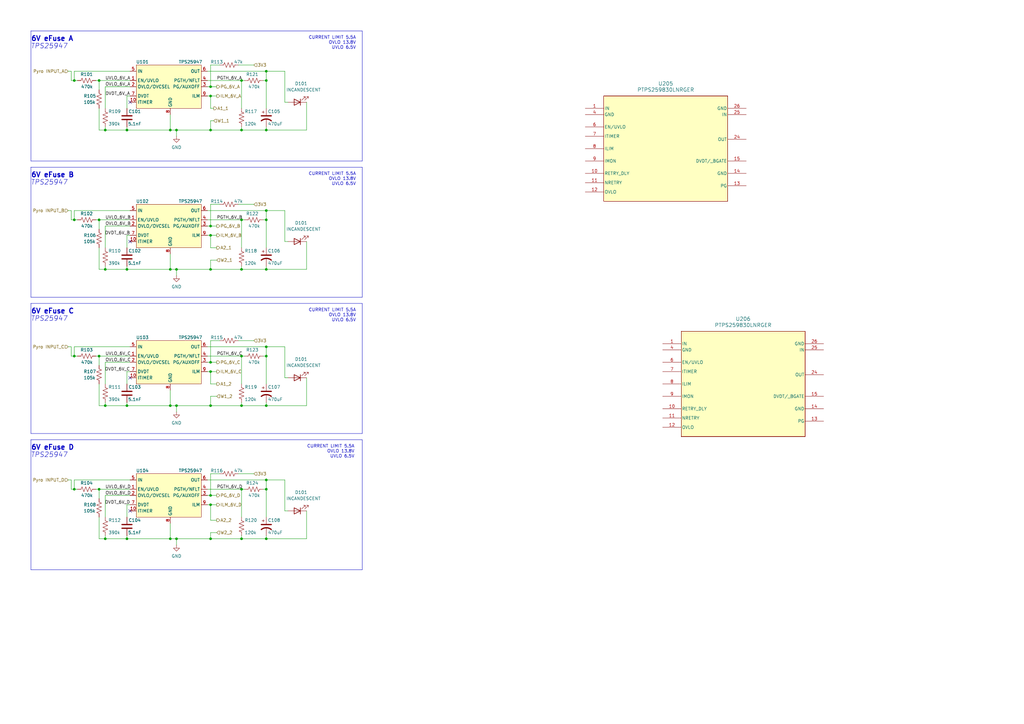
<source format=kicad_sch>
(kicad_sch (version 20230121) (generator eeschema)

  (uuid 3ed54b4e-7600-49a4-904f-908572974b9e)

  (paper "A3")

  (lib_symbols
    (symbol "18VEfuses:PTPS259830LNRGER" (pin_names (offset 0.254)) (in_bom yes) (on_board yes)
      (property "Reference" "U205" (at 33.02 10.16 0)
        (effects (font (size 1.524 1.524)))
      )
      (property "Value" "PTPS259830LNRGER" (at 33.02 7.62 0)
        (effects (font (size 1.524 1.524)))
      )
      (property "Footprint" "18Vefuses:VQFN24_RGE_TEX-L" (at 12.7 11.43 0)
        (effects (font (size 1.27 1.27) italic) hide)
      )
      (property "Datasheet" "PTPS259830LNRGER" (at 10.16 7.62 0)
        (effects (font (size 1.27 1.27) italic) hide)
      )
      (property "ki_locked" "" (at 0 0 0)
        (effects (font (size 1.27 1.27)))
      )
      (property "ki_keywords" "PTPS259830LNRGER" (at 0 0 0)
        (effects (font (size 1.27 1.27)) hide)
      )
      (property "ki_fp_filters" "VQFN24_RGE_TEX VQFN24_RGE_TEX-M VQFN24_RGE_TEX-L" (at 0 0 0)
        (effects (font (size 1.27 1.27)) hide)
      )
      (symbol "PTPS259830LNRGER_0_1"
        (polyline
          (pts
            (xy 7.62 -38.1)
            (xy 58.42 -38.1)
          )
          (stroke (width 0.127) (type default))
          (fill (type none))
        )
        (polyline
          (pts
            (xy 7.62 5.08)
            (xy 7.62 -38.1)
          )
          (stroke (width 0.127) (type default))
          (fill (type none))
        )
        (polyline
          (pts
            (xy 58.42 -38.1)
            (xy 58.42 5.08)
          )
          (stroke (width 0.127) (type default))
          (fill (type none))
        )
        (polyline
          (pts
            (xy 58.42 5.08)
            (xy 7.62 5.08)
          )
          (stroke (width 0.127) (type default))
          (fill (type none))
        )
        (pin input line (at 0 0 0) (length 7.62)
          (name "IN" (effects (font (size 1.27 1.27))))
          (number "1" (effects (font (size 1.27 1.27))))
        )
        (pin output line (at 0 -26.67 0) (length 7.62)
          (name "RETRY_DLY" (effects (font (size 1.27 1.27))))
          (number "10" (effects (font (size 1.27 1.27))))
        )
        (pin output line (at 0 -30.48 0) (length 7.62)
          (name "NRETRY" (effects (font (size 1.27 1.27))))
          (number "11" (effects (font (size 1.27 1.27))))
        )
        (pin input line (at 0 -34.29 0) (length 7.62)
          (name "OVLO" (effects (font (size 1.27 1.27))))
          (number "12" (effects (font (size 1.27 1.27))))
        )
        (pin output line (at 66.04 -31.75 180) (length 7.62)
          (name "PG" (effects (font (size 1.27 1.27))))
          (number "13" (effects (font (size 1.27 1.27))))
        )
        (pin power_out line (at 66.04 -26.67 180) (length 7.62)
          (name "GND" (effects (font (size 1.27 1.27))))
          (number "14" (effects (font (size 1.27 1.27))))
        )
        (pin output line (at 66.04 -21.59 180) (length 7.62)
          (name "DVDT/_BGATE" (effects (font (size 1.27 1.27))))
          (number "15" (effects (font (size 1.27 1.27))))
        )
        (pin output line (at 66.04 -12.7 180) (length 7.62)
          (name "OUT" (effects (font (size 1.27 1.27))))
          (number "24" (effects (font (size 1.27 1.27))))
        )
        (pin input line (at 66.04 -2.54 180) (length 7.62)
          (name "IN" (effects (font (size 1.27 1.27))))
          (number "25" (effects (font (size 1.27 1.27))))
        )
        (pin power_out line (at 66.04 0 180) (length 7.62)
          (name "GND" (effects (font (size 1.27 1.27))))
          (number "26" (effects (font (size 1.27 1.27))))
        )
        (pin power_out line (at 0 -2.54 0) (length 7.62)
          (name "GND" (effects (font (size 1.27 1.27))))
          (number "4" (effects (font (size 1.27 1.27))))
        )
        (pin input line (at 0 -7.62 0) (length 7.62)
          (name "EN/UVLO" (effects (font (size 1.27 1.27))))
          (number "6" (effects (font (size 1.27 1.27))))
        )
        (pin output line (at 0 -11.43 0) (length 7.62)
          (name "ITIMER" (effects (font (size 1.27 1.27))))
          (number "7" (effects (font (size 1.27 1.27))))
        )
        (pin output line (at 0 -16.51 0) (length 7.62)
          (name "ILIM" (effects (font (size 1.27 1.27))))
          (number "8" (effects (font (size 1.27 1.27))))
        )
        (pin output line (at 0 -21.59 0) (length 7.62)
          (name "IMON" (effects (font (size 1.27 1.27))))
          (number "9" (effects (font (size 1.27 1.27))))
        )
      )
      (symbol "PTPS259830LNRGER_1_1"
        (rectangle (start 7.62 5.08) (end 58.42 -38.1)
          (stroke (width 0) (type default))
          (fill (type none))
        )
        (rectangle (start 7.62 5.08) (end 58.42 -38.1)
          (stroke (width 0) (type default))
          (fill (type background))
        )
        (pin input line (at 0 0 0) (length 7.62) hide
          (name "IN" (effects (font (size 1.27 1.27))))
          (number "16" (effects (font (size 1.27 1.27))))
        )
        (pin output line (at 66.04 -12.7 180) (length 7.62) hide
          (name "OUT" (effects (font (size 1.27 1.27))))
          (number "17" (effects (font (size 1.27 1.27))))
        )
        (pin output line (at 66.04 -12.7 180) (length 7.62) hide
          (name "OUT" (effects (font (size 1.27 1.27))))
          (number "18" (effects (font (size 1.27 1.27))))
        )
        (pin output line (at 66.04 -12.7 180) (length 7.62) hide
          (name "OUT" (effects (font (size 1.27 1.27))))
          (number "19" (effects (font (size 1.27 1.27))))
        )
        (pin input line (at 0 0 0) (length 7.62) hide
          (name "IN" (effects (font (size 1.27 1.27))))
          (number "2" (effects (font (size 1.27 1.27))))
        )
        (pin output line (at 66.04 -12.7 180) (length 7.62) hide
          (name "OUT" (effects (font (size 1.27 1.27))))
          (number "20" (effects (font (size 1.27 1.27))))
        )
        (pin output line (at 66.04 -12.7 180) (length 7.62) hide
          (name "OUT" (effects (font (size 1.27 1.27))))
          (number "21" (effects (font (size 1.27 1.27))))
        )
        (pin output line (at 66.04 -12.7 180) (length 7.62) hide
          (name "OUT" (effects (font (size 1.27 1.27))))
          (number "22" (effects (font (size 1.27 1.27))))
        )
        (pin output line (at 66.04 -12.7 180) (length 7.62) hide
          (name "OUT" (effects (font (size 1.27 1.27))))
          (number "23" (effects (font (size 1.27 1.27))))
        )
        (pin input line (at 0 0 0) (length 7.62) hide
          (name "IN" (effects (font (size 1.27 1.27))))
          (number "3" (effects (font (size 1.27 1.27))))
        )
        (pin power_out line (at 0 -2.54 0) (length 7.62) hide
          (name "GND" (effects (font (size 1.27 1.27))))
          (number "5" (effects (font (size 1.27 1.27))))
        )
      )
    )
    (symbol "Device:C" (pin_numbers hide) (pin_names (offset 0.254)) (in_bom yes) (on_board yes)
      (property "Reference" "C" (at 0.635 2.54 0)
        (effects (font (size 1.27 1.27)) (justify left))
      )
      (property "Value" "C" (at 0.635 -2.54 0)
        (effects (font (size 1.27 1.27)) (justify left))
      )
      (property "Footprint" "" (at 0.9652 -3.81 0)
        (effects (font (size 1.27 1.27)) hide)
      )
      (property "Datasheet" "~" (at 0 0 0)
        (effects (font (size 1.27 1.27)) hide)
      )
      (property "ki_keywords" "cap capacitor" (at 0 0 0)
        (effects (font (size 1.27 1.27)) hide)
      )
      (property "ki_description" "Unpolarized capacitor" (at 0 0 0)
        (effects (font (size 1.27 1.27)) hide)
      )
      (property "ki_fp_filters" "C_*" (at 0 0 0)
        (effects (font (size 1.27 1.27)) hide)
      )
      (symbol "C_0_1"
        (polyline
          (pts
            (xy -2.032 -0.762)
            (xy 2.032 -0.762)
          )
          (stroke (width 0.508) (type default))
          (fill (type none))
        )
        (polyline
          (pts
            (xy -2.032 0.762)
            (xy 2.032 0.762)
          )
          (stroke (width 0.508) (type default))
          (fill (type none))
        )
      )
      (symbol "C_1_1"
        (pin passive line (at 0 3.81 270) (length 2.794)
          (name "~" (effects (font (size 1.27 1.27))))
          (number "1" (effects (font (size 1.27 1.27))))
        )
        (pin passive line (at 0 -3.81 90) (length 2.794)
          (name "~" (effects (font (size 1.27 1.27))))
          (number "2" (effects (font (size 1.27 1.27))))
        )
      )
    )
    (symbol "Device:C_Polarized_US" (pin_numbers hide) (pin_names (offset 0.254) hide) (in_bom yes) (on_board yes)
      (property "Reference" "C" (at 0.635 2.54 0)
        (effects (font (size 1.27 1.27)) (justify left))
      )
      (property "Value" "C_Polarized_US" (at 0.635 -2.54 0)
        (effects (font (size 1.27 1.27)) (justify left))
      )
      (property "Footprint" "" (at 0 0 0)
        (effects (font (size 1.27 1.27)) hide)
      )
      (property "Datasheet" "~" (at 0 0 0)
        (effects (font (size 1.27 1.27)) hide)
      )
      (property "ki_keywords" "cap capacitor" (at 0 0 0)
        (effects (font (size 1.27 1.27)) hide)
      )
      (property "ki_description" "Polarized capacitor, US symbol" (at 0 0 0)
        (effects (font (size 1.27 1.27)) hide)
      )
      (property "ki_fp_filters" "CP_*" (at 0 0 0)
        (effects (font (size 1.27 1.27)) hide)
      )
      (symbol "C_Polarized_US_0_1"
        (polyline
          (pts
            (xy -2.032 0.762)
            (xy 2.032 0.762)
          )
          (stroke (width 0.508) (type default))
          (fill (type none))
        )
        (polyline
          (pts
            (xy -1.778 2.286)
            (xy -0.762 2.286)
          )
          (stroke (width 0) (type default))
          (fill (type none))
        )
        (polyline
          (pts
            (xy -1.27 1.778)
            (xy -1.27 2.794)
          )
          (stroke (width 0) (type default))
          (fill (type none))
        )
        (arc (start 2.032 -1.27) (mid 0 -0.5572) (end -2.032 -1.27)
          (stroke (width 0.508) (type default))
          (fill (type none))
        )
      )
      (symbol "C_Polarized_US_1_1"
        (pin passive line (at 0 3.81 270) (length 2.794)
          (name "~" (effects (font (size 1.27 1.27))))
          (number "1" (effects (font (size 1.27 1.27))))
        )
        (pin passive line (at 0 -3.81 90) (length 3.302)
          (name "~" (effects (font (size 1.27 1.27))))
          (number "2" (effects (font (size 1.27 1.27))))
        )
      )
    )
    (symbol "Device:LED" (pin_numbers hide) (pin_names (offset 1.016) hide) (in_bom yes) (on_board yes)
      (property "Reference" "D" (at 0 2.54 0)
        (effects (font (size 1.27 1.27)))
      )
      (property "Value" "LED" (at 0 -2.54 0)
        (effects (font (size 1.27 1.27)))
      )
      (property "Footprint" "" (at 0 0 0)
        (effects (font (size 1.27 1.27)) hide)
      )
      (property "Datasheet" "~" (at 0 0 0)
        (effects (font (size 1.27 1.27)) hide)
      )
      (property "ki_keywords" "LED diode" (at 0 0 0)
        (effects (font (size 1.27 1.27)) hide)
      )
      (property "ki_description" "Light emitting diode" (at 0 0 0)
        (effects (font (size 1.27 1.27)) hide)
      )
      (property "ki_fp_filters" "LED* LED_SMD:* LED_THT:*" (at 0 0 0)
        (effects (font (size 1.27 1.27)) hide)
      )
      (symbol "LED_0_1"
        (polyline
          (pts
            (xy -1.27 -1.27)
            (xy -1.27 1.27)
          )
          (stroke (width 0.254) (type default))
          (fill (type none))
        )
        (polyline
          (pts
            (xy -1.27 0)
            (xy 1.27 0)
          )
          (stroke (width 0) (type default))
          (fill (type none))
        )
        (polyline
          (pts
            (xy 1.27 -1.27)
            (xy 1.27 1.27)
            (xy -1.27 0)
            (xy 1.27 -1.27)
          )
          (stroke (width 0.254) (type default))
          (fill (type none))
        )
        (polyline
          (pts
            (xy -3.048 -0.762)
            (xy -4.572 -2.286)
            (xy -3.81 -2.286)
            (xy -4.572 -2.286)
            (xy -4.572 -1.524)
          )
          (stroke (width 0) (type default))
          (fill (type none))
        )
        (polyline
          (pts
            (xy -1.778 -0.762)
            (xy -3.302 -2.286)
            (xy -2.54 -2.286)
            (xy -3.302 -2.286)
            (xy -3.302 -1.524)
          )
          (stroke (width 0) (type default))
          (fill (type none))
        )
      )
      (symbol "LED_1_1"
        (pin passive line (at -3.81 0 0) (length 2.54)
          (name "K" (effects (font (size 1.27 1.27))))
          (number "1" (effects (font (size 1.27 1.27))))
        )
        (pin passive line (at 3.81 0 180) (length 2.54)
          (name "A" (effects (font (size 1.27 1.27))))
          (number "2" (effects (font (size 1.27 1.27))))
        )
      )
    )
    (symbol "Device:R_US" (pin_numbers hide) (pin_names (offset 0)) (in_bom yes) (on_board yes)
      (property "Reference" "R" (at 2.54 0 90)
        (effects (font (size 1.27 1.27)))
      )
      (property "Value" "R_US" (at -2.54 0 90)
        (effects (font (size 1.27 1.27)))
      )
      (property "Footprint" "" (at 1.016 -0.254 90)
        (effects (font (size 1.27 1.27)) hide)
      )
      (property "Datasheet" "~" (at 0 0 0)
        (effects (font (size 1.27 1.27)) hide)
      )
      (property "ki_keywords" "R res resistor" (at 0 0 0)
        (effects (font (size 1.27 1.27)) hide)
      )
      (property "ki_description" "Resistor, US symbol" (at 0 0 0)
        (effects (font (size 1.27 1.27)) hide)
      )
      (property "ki_fp_filters" "R_*" (at 0 0 0)
        (effects (font (size 1.27 1.27)) hide)
      )
      (symbol "R_US_0_1"
        (polyline
          (pts
            (xy 0 -2.286)
            (xy 0 -2.54)
          )
          (stroke (width 0) (type default))
          (fill (type none))
        )
        (polyline
          (pts
            (xy 0 2.286)
            (xy 0 2.54)
          )
          (stroke (width 0) (type default))
          (fill (type none))
        )
        (polyline
          (pts
            (xy 0 -0.762)
            (xy 1.016 -1.143)
            (xy 0 -1.524)
            (xy -1.016 -1.905)
            (xy 0 -2.286)
          )
          (stroke (width 0) (type default))
          (fill (type none))
        )
        (polyline
          (pts
            (xy 0 0.762)
            (xy 1.016 0.381)
            (xy 0 0)
            (xy -1.016 -0.381)
            (xy 0 -0.762)
          )
          (stroke (width 0) (type default))
          (fill (type none))
        )
        (polyline
          (pts
            (xy 0 2.286)
            (xy 1.016 1.905)
            (xy 0 1.524)
            (xy -1.016 1.143)
            (xy 0 0.762)
          )
          (stroke (width 0) (type default))
          (fill (type none))
        )
      )
      (symbol "R_US_1_1"
        (pin passive line (at 0 3.81 270) (length 1.27)
          (name "~" (effects (font (size 1.27 1.27))))
          (number "1" (effects (font (size 1.27 1.27))))
        )
        (pin passive line (at 0 -3.81 90) (length 1.27)
          (name "~" (effects (font (size 1.27 1.27))))
          (number "2" (effects (font (size 1.27 1.27))))
        )
      )
    )
    (symbol "Power_eFuse:TPS25947" (in_bom yes) (on_board yes)
      (property "Reference" "U" (at -13.97 12.7 0)
        (effects (font (size 1.27 1.27)))
      )
      (property "Value" "TPS25947" (at 8.255 12.7 0)
        (effects (font (size 1.27 1.27)))
      )
      (property "Footprint" "Package_VQFN:VQFN-HR-RPW0010A" (at 0 -11.43 0)
        (effects (font (size 1.27 1.27)) hide)
      )
      (property "Datasheet" "https://www.ti.com/lit/ds/symlink/tps25947.pdf" (at 0 -13.97 0)
        (effects (font (size 1.27 1.27)) hide)
      )
      (property "ki_keywords" "2.7V - 23V 5.5A 28mOhm eFuse Reversue Current and Polarity Blocking Current Limiting VQFN-HR" (at 0 0 0)
        (effects (font (size 1.27 1.27)) hide)
      )
      (property "ki_description" "2.7V - 23V, 5.5A, 28mOhm, eFuse, Reversue Current and Polarity Blocking, Current Limiting, VQFN-HR" (at 0 0 0)
        (effects (font (size 1.27 1.27)) hide)
      )
      (symbol "TPS25947_0_0"
        (pin input line (at -16.51 5.08 0) (length 2.54)
          (name "EN/UVLO" (effects (font (size 1.27 1.27))))
          (number "1" (effects (font (size 1.27 1.27))))
        )
        (pin output line (at -16.51 -3.81 0) (length 2.54)
          (name "ITIMER" (effects (font (size 1.27 1.27))))
          (number "10" (effects (font (size 1.27 1.27))))
        )
        (pin input line (at -16.51 2.54 0) (length 2.54)
          (name "OVLO/OVCSEL" (effects (font (size 1.27 1.27))))
          (number "2" (effects (font (size 1.27 1.27))))
        )
        (pin output line (at 15.24 2.54 180) (length 2.54)
          (name "PG/AUXOFF" (effects (font (size 1.27 1.27))))
          (number "3" (effects (font (size 1.27 1.27))))
        )
        (pin bidirectional line (at 15.24 5.08 180) (length 2.54)
          (name "PGTH/NFLT" (effects (font (size 1.27 1.27))))
          (number "4" (effects (font (size 1.27 1.27))))
        )
        (pin power_in line (at -16.51 8.89 0) (length 2.54)
          (name "IN" (effects (font (size 1.27 1.27))))
          (number "5" (effects (font (size 1.27 1.27))))
        )
        (pin power_out line (at 15.24 8.89 180) (length 2.54)
          (name "OUT" (effects (font (size 1.27 1.27))))
          (number "6" (effects (font (size 1.27 1.27))))
        )
        (pin output line (at -16.51 -1.27 0) (length 2.54)
          (name "DVDT" (effects (font (size 1.27 1.27))))
          (number "7" (effects (font (size 1.27 1.27))))
        )
        (pin input line (at 0 -8.89 90) (length 2.54)
          (name "GND" (effects (font (size 1.27 1.27))))
          (number "8" (effects (font (size 1.27 1.27))))
        )
        (pin output line (at 15.24 -1.27 180) (length 2.54)
          (name "ILM" (effects (font (size 1.27 1.27))))
          (number "9" (effects (font (size 1.27 1.27))))
        )
      )
      (symbol "TPS25947_0_1"
        (rectangle (start -13.97 11.43) (end 12.7 -6.35)
          (stroke (width 0) (type default))
          (fill (type background))
        )
      )
    )
    (symbol "power:GND" (power) (pin_names (offset 0)) (in_bom yes) (on_board yes)
      (property "Reference" "#PWR" (at 0 -6.35 0)
        (effects (font (size 1.27 1.27)) hide)
      )
      (property "Value" "GND" (at 0 -3.81 0)
        (effects (font (size 1.27 1.27)))
      )
      (property "Footprint" "" (at 0 0 0)
        (effects (font (size 1.27 1.27)) hide)
      )
      (property "Datasheet" "" (at 0 0 0)
        (effects (font (size 1.27 1.27)) hide)
      )
      (property "ki_keywords" "global power" (at 0 0 0)
        (effects (font (size 1.27 1.27)) hide)
      )
      (property "ki_description" "Power symbol creates a global label with name \"GND\" , ground" (at 0 0 0)
        (effects (font (size 1.27 1.27)) hide)
      )
      (symbol "GND_0_1"
        (polyline
          (pts
            (xy 0 0)
            (xy 0 -1.27)
            (xy 1.27 -1.27)
            (xy 0 -2.54)
            (xy -1.27 -1.27)
            (xy 0 -1.27)
          )
          (stroke (width 0) (type default))
          (fill (type none))
        )
      )
      (symbol "GND_1_1"
        (pin power_in line (at 0 0 270) (length 0) hide
          (name "GND" (effects (font (size 1.27 1.27))))
          (number "1" (effects (font (size 1.27 1.27))))
        )
      )
    )
  )

  (junction (at 99.06 220.98) (diameter 0) (color 0 0 0 0)
    (uuid 0e75b773-a65c-4ee2-900d-84a52d20e55b)
  )
  (junction (at 72.39 110.49) (diameter 0) (color 0 0 0 0)
    (uuid 0ef4044a-8fa9-45f0-9c87-fdba8e9dd45a)
  )
  (junction (at 69.85 110.49) (diameter 0) (color 0 0 0 0)
    (uuid 117e087e-e27e-4714-bfea-e3d2fb369829)
  )
  (junction (at 109.22 29.21) (diameter 0) (color 0 0 0 0)
    (uuid 14e7e21b-f9ad-4000-8602-9278893be781)
  )
  (junction (at 86.36 152.4) (diameter 0) (color 0 0 0 0)
    (uuid 1dc00257-e20a-42a7-9a54-b962f615beaf)
  )
  (junction (at 109.22 166.37) (diameter 0) (color 0 0 0 0)
    (uuid 1f2e69f7-f29a-4323-90e4-561a47c9eb4d)
  )
  (junction (at 109.22 33.02) (diameter 0) (color 0 0 0 0)
    (uuid 1f4a1bab-cde1-434f-86a8-1c2eaeceaf2f)
  )
  (junction (at 109.22 142.24) (diameter 0) (color 0 0 0 0)
    (uuid 2cf8b787-a74a-4911-a074-c4deff8db8fb)
  )
  (junction (at 72.39 166.37) (diameter 0) (color 0 0 0 0)
    (uuid 2ee15693-9732-40f5-9f32-9e422196c9a1)
  )
  (junction (at 86.36 96.52) (diameter 0) (color 0 0 0 0)
    (uuid 3a3ff6a3-ee2f-4ed3-acb5-b5cd7227e432)
  )
  (junction (at 109.22 90.17) (diameter 0) (color 0 0 0 0)
    (uuid 3c773166-f956-4d7e-bc87-a9bf6725b191)
  )
  (junction (at 30.48 90.17) (diameter 0) (color 0 0 0 0)
    (uuid 49583858-e84c-414c-85a7-33e600c06712)
  )
  (junction (at 52.07 53.34) (diameter 0) (color 0 0 0 0)
    (uuid 4b00305d-f998-4f29-8ba2-98ce883e659d)
  )
  (junction (at 69.85 166.37) (diameter 0) (color 0 0 0 0)
    (uuid 594688cb-5e05-4752-97b0-e92ea974bcb1)
  )
  (junction (at 86.36 53.34) (diameter 0) (color 0 0 0 0)
    (uuid 59871501-76b7-47b9-89d7-96819b3ee7bb)
  )
  (junction (at 86.36 207.01) (diameter 0) (color 0 0 0 0)
    (uuid 5b5daa44-97b9-4f89-9bd4-8d8dcef52076)
  )
  (junction (at 86.36 220.98) (diameter 0) (color 0 0 0 0)
    (uuid 60e23837-791e-48b1-9fd6-f27a4d080e88)
  )
  (junction (at 86.36 92.71) (diameter 0) (color 0 0 0 0)
    (uuid 63312e71-3557-4460-8063-1cd6f36c3218)
  )
  (junction (at 43.18 220.98) (diameter 0) (color 0 0 0 0)
    (uuid 6761125a-5f1c-4b04-a7ec-8a111e13f06e)
  )
  (junction (at 99.06 200.66) (diameter 0) (color 0 0 0 0)
    (uuid 68197996-ef5a-482c-ac06-8e00fc45cd14)
  )
  (junction (at 30.48 146.05) (diameter 0) (color 0 0 0 0)
    (uuid 6d6be147-d97a-4357-8d17-bf423b26d4f9)
  )
  (junction (at 109.22 220.98) (diameter 0) (color 0 0 0 0)
    (uuid 6dfebf2b-dcf7-47d7-861e-d10910741348)
  )
  (junction (at 40.64 90.17) (diameter 0) (color 0 0 0 0)
    (uuid 6ec07c54-bf14-4708-b452-ca29738e48fb)
  )
  (junction (at 52.07 110.49) (diameter 0) (color 0 0 0 0)
    (uuid 6ee8e1fc-332c-4a44-91c7-66f26c1b9d65)
  )
  (junction (at 69.85 220.98) (diameter 0) (color 0 0 0 0)
    (uuid 722acb19-ed78-4b1a-8e2f-b3dd5f2dfb1e)
  )
  (junction (at 72.39 53.34) (diameter 0) (color 0 0 0 0)
    (uuid 786180a0-e3a0-48a0-83f8-53320ac0f41f)
  )
  (junction (at 86.36 110.49) (diameter 0) (color 0 0 0 0)
    (uuid 796fe5bc-ae20-484b-b74f-c038e911bed8)
  )
  (junction (at 40.64 200.66) (diameter 0) (color 0 0 0 0)
    (uuid 7c90547f-8f2e-4621-a744-8768323d036e)
  )
  (junction (at 52.07 220.98) (diameter 0) (color 0 0 0 0)
    (uuid 80e81761-6448-4293-b641-dd6229f5b8fa)
  )
  (junction (at 30.48 200.66) (diameter 0) (color 0 0 0 0)
    (uuid 8723bd0e-7701-4b85-876c-9a299aedc4b3)
  )
  (junction (at 109.22 110.49) (diameter 0) (color 0 0 0 0)
    (uuid 8b9e650f-e37e-48fd-a07c-35cfbc0e7727)
  )
  (junction (at 99.06 90.17) (diameter 0) (color 0 0 0 0)
    (uuid 8c046755-2cf4-44b1-b8ae-fd96895d3958)
  )
  (junction (at 86.36 166.37) (diameter 0) (color 0 0 0 0)
    (uuid 8e8e4b6e-d32a-4fc5-859e-868151629c2f)
  )
  (junction (at 86.36 35.56) (diameter 0) (color 0 0 0 0)
    (uuid 9115f3ba-2cf6-4cdd-a157-cce5724b8ccb)
  )
  (junction (at 40.64 33.02) (diameter 0) (color 0 0 0 0)
    (uuid 9269d958-c4f4-42e0-97bc-bbc7ce96bb1b)
  )
  (junction (at 69.85 53.34) (diameter 0) (color 0 0 0 0)
    (uuid 961e0e5c-def7-467c-9580-7826ed7195d2)
  )
  (junction (at 30.48 33.02) (diameter 0) (color 0 0 0 0)
    (uuid 97c14e9e-c6df-4ff0-95f8-1f9dbe284426)
  )
  (junction (at 109.22 53.34) (diameter 0) (color 0 0 0 0)
    (uuid 9cfd18e3-58ee-4b51-8ec3-e667176e70ec)
  )
  (junction (at 86.36 148.59) (diameter 0) (color 0 0 0 0)
    (uuid a5362d9c-aec4-4d9d-b3d5-591646732a1e)
  )
  (junction (at 86.36 39.37) (diameter 0) (color 0 0 0 0)
    (uuid ae1ab291-535a-48f5-9921-9a1a42220bbf)
  )
  (junction (at 43.18 166.37) (diameter 0) (color 0 0 0 0)
    (uuid b2f84f8d-a8e4-4e8c-8ed7-0bd613df951d)
  )
  (junction (at 99.06 166.37) (diameter 0) (color 0 0 0 0)
    (uuid b89181e0-af71-4df2-96ee-904a74907331)
  )
  (junction (at 99.06 53.34) (diameter 0) (color 0 0 0 0)
    (uuid c0c42ab7-95fe-4f31-9faa-08cd518dd171)
  )
  (junction (at 72.39 220.98) (diameter 0) (color 0 0 0 0)
    (uuid c50058bf-43c4-4742-8385-7398ea36ee57)
  )
  (junction (at 109.22 146.05) (diameter 0) (color 0 0 0 0)
    (uuid c61ed11d-8d1d-4096-aa44-76405ba79ad3)
  )
  (junction (at 99.06 110.49) (diameter 0) (color 0 0 0 0)
    (uuid c8dd67b8-3609-45f4-8957-1c803bdce2c7)
  )
  (junction (at 52.07 166.37) (diameter 0) (color 0 0 0 0)
    (uuid ce6ed209-a126-44e0-85c7-04862457c129)
  )
  (junction (at 99.06 33.02) (diameter 0) (color 0 0 0 0)
    (uuid cf928f19-bc13-424a-90eb-36c8ca1eac9a)
  )
  (junction (at 109.22 196.85) (diameter 0) (color 0 0 0 0)
    (uuid d156c796-6940-4d3f-9d4a-0fc47fa3af40)
  )
  (junction (at 109.22 86.36) (diameter 0) (color 0 0 0 0)
    (uuid d873a180-3a42-477f-a8fe-a45f7176394e)
  )
  (junction (at 109.22 200.66) (diameter 0) (color 0 0 0 0)
    (uuid d92be04a-9792-4524-8479-0cc406bd14e9)
  )
  (junction (at 43.18 110.49) (diameter 0) (color 0 0 0 0)
    (uuid d97571e9-f6e4-478b-8368-3b5d5d28994b)
  )
  (junction (at 43.18 53.34) (diameter 0) (color 0 0 0 0)
    (uuid ed579b53-fa40-4ba4-8128-fbf10054a5d4)
  )
  (junction (at 99.06 146.05) (diameter 0) (color 0 0 0 0)
    (uuid eea07a16-41b8-474a-9ee4-684fd3952880)
  )
  (junction (at 40.64 146.05) (diameter 0) (color 0 0 0 0)
    (uuid f1241204-b9bf-4899-b3b1-b7c8d9f2d274)
  )
  (junction (at 86.36 203.2) (diameter 0) (color 0 0 0 0)
    (uuid fcdc96e4-6201-40be-b3ce-d82a5a84772e)
  )

  (no_connect (at 53.34 154.94) (uuid 09e9a0cc-c533-429e-85f8-f2babca210a4))
  (no_connect (at 53.34 99.06) (uuid 2bd9e621-4adb-4a53-9d7d-89321f89c5ca))
  (no_connect (at 53.34 41.91) (uuid ea96b8ee-ccea-48c5-afe3-2e8f23825e39))
  (no_connect (at 53.34 209.55) (uuid f4427f4a-fbfe-4d81-b62e-01e495052981))

  (wire (pts (xy 86.36 92.71) (xy 88.9 92.71))
    (stroke (width 0) (type default))
    (uuid 000a62ae-2c84-4e18-aba3-774ebbfe251e)
  )
  (wire (pts (xy 86.36 44.45) (xy 87.63 44.45))
    (stroke (width 0) (type default))
    (uuid 01a7af48-e630-4618-86ad-f51b670321ea)
  )
  (wire (pts (xy 125.73 99.06) (xy 125.73 110.49))
    (stroke (width 0) (type default))
    (uuid 01df2359-9988-438b-a85f-9cfe25a60ae1)
  )
  (wire (pts (xy 88.9 218.44) (xy 86.36 218.44))
    (stroke (width 0) (type default))
    (uuid 02ac5bff-20fa-4725-876a-e33cece778ef)
  )
  (wire (pts (xy 86.36 207.01) (xy 88.9 207.01))
    (stroke (width 0) (type default))
    (uuid 0367a75c-d3b1-4645-96c0-554d23fa3026)
  )
  (wire (pts (xy 99.06 90.17) (xy 100.33 90.17))
    (stroke (width 0) (type default))
    (uuid 05804de3-6264-459e-a20f-02c60bc7f7db)
  )
  (wire (pts (xy 72.39 220.98) (xy 72.39 223.52))
    (stroke (width 0) (type default))
    (uuid 07bde1bd-af6f-41a8-bc34-bc2b0f2162fc)
  )
  (wire (pts (xy 53.34 92.71) (xy 43.18 92.71))
    (stroke (width 0) (type default))
    (uuid 07c6ec80-07b7-4563-bea0-6c8ffa8c3d54)
  )
  (wire (pts (xy 39.37 90.17) (xy 40.64 90.17))
    (stroke (width 0) (type default))
    (uuid 093330a9-0361-47a4-b55e-2cb6fed020f0)
  )
  (polyline (pts (xy 12.7 124.46) (xy 12.7 124.46))
    (stroke (width 0) (type default))
    (uuid 0a24183d-aee5-47b3-ba5c-83ed51e07607)
  )

  (wire (pts (xy 43.18 92.71) (xy 43.18 101.6))
    (stroke (width 0) (type default))
    (uuid 0b18df5b-991f-48a2-b1ad-fe391dda8eef)
  )
  (wire (pts (xy 109.22 90.17) (xy 107.95 90.17))
    (stroke (width 0) (type default))
    (uuid 0c7a4f5b-0c7e-4b8c-942f-b2d885149667)
  )
  (wire (pts (xy 85.09 152.4) (xy 86.36 152.4))
    (stroke (width 0) (type default))
    (uuid 0d66ce50-7438-4fdc-88fc-9dc0edb603e8)
  )
  (wire (pts (xy 40.64 110.49) (xy 43.18 110.49))
    (stroke (width 0) (type default))
    (uuid 0e4c0ea0-4484-45fe-ba2c-07e1080531ca)
  )
  (wire (pts (xy 53.34 203.2) (xy 43.18 203.2))
    (stroke (width 0) (type default))
    (uuid 0e5b5e97-194c-4c92-888b-7873302764e9)
  )
  (wire (pts (xy 52.07 207.01) (xy 52.07 212.09))
    (stroke (width 0) (type default))
    (uuid 0e86abd2-496c-4bd6-bdc4-4f1d687e9261)
  )
  (wire (pts (xy 109.22 33.02) (xy 107.95 33.02))
    (stroke (width 0) (type default))
    (uuid 0ed952dd-13e3-4cf0-9dd0-d54fb1d94471)
  )
  (polyline (pts (xy 148.59 124.46) (xy 12.7 124.46))
    (stroke (width 0) (type default))
    (uuid 0f45bc5a-d8cf-40a0-9b9a-1c12c3718e47)
  )

  (wire (pts (xy 85.09 207.01) (xy 86.36 207.01))
    (stroke (width 0) (type default))
    (uuid 0ffb5ed5-768f-4ce6-bc2d-a3ffdc5428be)
  )
  (wire (pts (xy 27.94 196.85) (xy 29.21 196.85))
    (stroke (width 0) (type default))
    (uuid 10828dc3-eeb9-43b8-9dca-ad7f3adc8776)
  )
  (wire (pts (xy 27.94 29.21) (xy 29.21 29.21))
    (stroke (width 0) (type default))
    (uuid 10f58a38-61ca-4ca7-9d80-bcc2225caa2e)
  )
  (wire (pts (xy 86.36 49.53) (xy 86.36 53.34))
    (stroke (width 0) (type default))
    (uuid 140058d4-8d38-459b-8c40-2341db191033)
  )
  (wire (pts (xy 86.36 207.01) (xy 86.36 213.36))
    (stroke (width 0) (type default))
    (uuid 155df925-bd34-42bf-b07e-df423116f9f0)
  )
  (wire (pts (xy 85.09 92.71) (xy 86.36 92.71))
    (stroke (width 0) (type default))
    (uuid 183fbfe4-cd27-4188-abb5-cdaa579491d8)
  )
  (wire (pts (xy 99.06 90.17) (xy 99.06 101.6))
    (stroke (width 0) (type default))
    (uuid 19cb8313-4d37-4b6e-8b8a-d02108ae0756)
  )
  (polyline (pts (xy 12.7 121.92) (xy 148.59 121.92))
    (stroke (width 0) (type default))
    (uuid 1b22362b-ea1c-4c71-8d67-4bee19747604)
  )

  (wire (pts (xy 86.36 83.82) (xy 90.17 83.82))
    (stroke (width 0) (type default))
    (uuid 1c097232-af28-4f15-a67d-1d5ec507f336)
  )
  (wire (pts (xy 85.09 196.85) (xy 109.22 196.85))
    (stroke (width 0) (type default))
    (uuid 1c2297da-89f3-4df0-8208-d0d3c75bb33a)
  )
  (wire (pts (xy 116.84 86.36) (xy 116.84 99.06))
    (stroke (width 0) (type default))
    (uuid 1d6e27ef-3f64-4a29-a98f-60b37b57991a)
  )
  (wire (pts (xy 86.36 139.7) (xy 90.17 139.7))
    (stroke (width 0) (type default))
    (uuid 1f8a2ffc-f49c-40e0-aff6-1caf374f0168)
  )
  (wire (pts (xy 85.09 146.05) (xy 99.06 146.05))
    (stroke (width 0) (type default))
    (uuid 20926096-af82-4b8b-b8e0-7731088c2ee9)
  )
  (polyline (pts (xy 12.7 68.58) (xy 12.7 121.92))
    (stroke (width 0) (type default))
    (uuid 20b4375a-6f39-49fa-9bf1-6529c94cd074)
  )

  (wire (pts (xy 99.06 146.05) (xy 99.06 157.48))
    (stroke (width 0) (type default))
    (uuid 20b7561b-46d6-4b32-8b4d-f8b48e07cc8d)
  )
  (wire (pts (xy 30.48 146.05) (xy 31.75 146.05))
    (stroke (width 0) (type default))
    (uuid 21d26d59-a7c8-486a-9561-aa94fd7402a5)
  )
  (wire (pts (xy 109.22 86.36) (xy 116.84 86.36))
    (stroke (width 0) (type default))
    (uuid 22dc99b0-e44b-4acc-b973-216a10c2b042)
  )
  (wire (pts (xy 43.18 35.56) (xy 43.18 44.45))
    (stroke (width 0) (type default))
    (uuid 23668421-223f-4f02-ad9a-21daeca025c4)
  )
  (polyline (pts (xy 12.7 12.7) (xy 12.7 66.04))
    (stroke (width 0) (type default))
    (uuid 23b8ca2a-3f24-47e9-90ae-3caf1d20135a)
  )

  (wire (pts (xy 43.18 220.98) (xy 52.07 220.98))
    (stroke (width 0) (type default))
    (uuid 25f577c1-e6fb-46d3-9daa-62375d2bdf89)
  )
  (wire (pts (xy 29.21 86.36) (xy 29.21 90.17))
    (stroke (width 0) (type default))
    (uuid 264e011d-bd20-48e0-9d5a-ee7307c5cf09)
  )
  (polyline (pts (xy 12.7 68.58) (xy 12.7 68.58))
    (stroke (width 0) (type default))
    (uuid 26917531-2cf8-40fb-85b4-cf340d0159fc)
  )

  (wire (pts (xy 109.22 142.24) (xy 109.22 146.05))
    (stroke (width 0) (type default))
    (uuid 276781a3-2ec9-4c81-ad8f-efdcd75f0252)
  )
  (polyline (pts (xy 12.7 12.7) (xy 12.7 12.7))
    (stroke (width 0) (type default))
    (uuid 2827f078-1d79-45a2-8891-d4d461832978)
  )

  (wire (pts (xy 40.64 33.02) (xy 40.64 36.83))
    (stroke (width 0) (type default))
    (uuid 2944a34b-805c-43d6-98a7-261ee2a93361)
  )
  (wire (pts (xy 109.22 165.1) (xy 109.22 166.37))
    (stroke (width 0) (type default))
    (uuid 2984954f-72a4-4e6d-bac7-f5b890c47efe)
  )
  (polyline (pts (xy 12.7 180.34) (xy 12.7 180.34))
    (stroke (width 0) (type default))
    (uuid 2a37b99c-4adb-435f-91c4-5f5b1190c0b2)
  )

  (wire (pts (xy 125.73 166.37) (xy 109.22 166.37))
    (stroke (width 0) (type default))
    (uuid 2b106020-9a39-49b5-a079-26a43a6459a4)
  )
  (wire (pts (xy 99.06 110.49) (xy 99.06 109.22))
    (stroke (width 0) (type default))
    (uuid 2ca47838-ff62-44fa-a156-1035e5baca86)
  )
  (wire (pts (xy 69.85 104.14) (xy 69.85 110.49))
    (stroke (width 0) (type default))
    (uuid 2e175180-a884-4d09-8ca8-d722c7842e3b)
  )
  (wire (pts (xy 72.39 166.37) (xy 72.39 168.91))
    (stroke (width 0) (type default))
    (uuid 2f3b957f-81c1-460a-ae74-00e31656cd9f)
  )
  (wire (pts (xy 52.07 109.22) (xy 52.07 110.49))
    (stroke (width 0) (type default))
    (uuid 2f84c9e6-219e-48d3-9be7-96aee3e28330)
  )
  (polyline (pts (xy 12.7 177.8) (xy 148.59 177.8))
    (stroke (width 0) (type default))
    (uuid 303c32ae-f26a-4b9c-884b-a936004d0d77)
  )

  (wire (pts (xy 109.22 200.66) (xy 109.22 212.09))
    (stroke (width 0) (type default))
    (uuid 30ab8086-b614-4a83-a232-f56c684c6905)
  )
  (wire (pts (xy 86.36 106.68) (xy 86.36 110.49))
    (stroke (width 0) (type default))
    (uuid 34d352fd-282d-459d-9b64-913192eca267)
  )
  (wire (pts (xy 109.22 29.21) (xy 109.22 33.02))
    (stroke (width 0) (type default))
    (uuid 350dd385-a87e-4608-92a5-3edacc375191)
  )
  (wire (pts (xy 116.84 196.85) (xy 116.84 209.55))
    (stroke (width 0) (type default))
    (uuid 366f919f-2bb9-4083-aa27-e647a63a7670)
  )
  (wire (pts (xy 99.06 33.02) (xy 99.06 44.45))
    (stroke (width 0) (type default))
    (uuid 3742b7fb-cdf5-495c-a533-f2c53253c321)
  )
  (wire (pts (xy 116.84 142.24) (xy 116.84 154.94))
    (stroke (width 0) (type default))
    (uuid 3757beb6-5821-4e51-b125-86eaae473e00)
  )
  (wire (pts (xy 109.22 53.34) (xy 99.06 53.34))
    (stroke (width 0) (type default))
    (uuid 3963f5ad-8704-4ce2-81ae-ae5201395fff)
  )
  (wire (pts (xy 43.18 110.49) (xy 52.07 110.49))
    (stroke (width 0) (type default))
    (uuid 3b12288f-6e73-4c62-b386-5e481aa56eb5)
  )
  (wire (pts (xy 99.06 220.98) (xy 99.06 219.71))
    (stroke (width 0) (type default))
    (uuid 3c0caaa4-510b-4775-a6d1-b77a68bb5277)
  )
  (wire (pts (xy 109.22 146.05) (xy 107.95 146.05))
    (stroke (width 0) (type default))
    (uuid 3cf710b3-d22e-457b-ba3b-1ec926ebf5ac)
  )
  (wire (pts (xy 109.22 196.85) (xy 109.22 200.66))
    (stroke (width 0) (type default))
    (uuid 3edc4a85-1a5f-4b82-b0a2-e47265fdcc6d)
  )
  (wire (pts (xy 30.48 29.21) (xy 53.34 29.21))
    (stroke (width 0) (type default))
    (uuid 3f237d9a-1f25-4be4-b79e-a551d2386313)
  )
  (wire (pts (xy 30.48 90.17) (xy 31.75 90.17))
    (stroke (width 0) (type default))
    (uuid 40f09db8-fd76-402b-812e-f0de1583e373)
  )
  (wire (pts (xy 29.21 196.85) (xy 29.21 200.66))
    (stroke (width 0) (type default))
    (uuid 41de363c-1f44-4f09-ae6f-0fd6ae933212)
  )
  (wire (pts (xy 40.64 146.05) (xy 53.34 146.05))
    (stroke (width 0) (type default))
    (uuid 44223192-eb42-4177-8525-ba2082d529fd)
  )
  (wire (pts (xy 52.07 165.1) (xy 52.07 166.37))
    (stroke (width 0) (type default))
    (uuid 44599580-59e2-4b35-b67c-4b7ddb1a071d)
  )
  (polyline (pts (xy 148.59 233.68) (xy 148.59 180.34))
    (stroke (width 0) (type default))
    (uuid 46e1ca98-31c8-4812-ab71-fd4d1fb320ec)
  )

  (wire (pts (xy 97.79 194.31) (xy 104.14 194.31))
    (stroke (width 0) (type default))
    (uuid 4aab8004-772d-440a-83e1-4c9de5f24601)
  )
  (wire (pts (xy 86.36 220.98) (xy 99.06 220.98))
    (stroke (width 0) (type default))
    (uuid 4c07099c-d557-476a-a494-a21d53dab2e3)
  )
  (wire (pts (xy 125.73 53.34) (xy 109.22 53.34))
    (stroke (width 0) (type default))
    (uuid 4dcbe931-24b0-4a7d-9616-0499cd692ac1)
  )
  (polyline (pts (xy 148.59 12.7) (xy 12.7 12.7))
    (stroke (width 0) (type default))
    (uuid 4dd63572-8578-4078-afae-e37ae950b9ee)
  )

  (wire (pts (xy 86.36 96.52) (xy 86.36 101.6))
    (stroke (width 0) (type default))
    (uuid 4e486d93-eddd-4be1-ba48-4aca3cb78a8e)
  )
  (wire (pts (xy 52.07 96.52) (xy 53.34 96.52))
    (stroke (width 0) (type default))
    (uuid 4e5dd831-76f6-4c26-97da-7b8807009a49)
  )
  (wire (pts (xy 109.22 86.36) (xy 109.22 90.17))
    (stroke (width 0) (type default))
    (uuid 501d0d39-e0f5-40ff-8514-f7ed8f9768c9)
  )
  (wire (pts (xy 72.39 220.98) (xy 86.36 220.98))
    (stroke (width 0) (type default))
    (uuid 50c274e0-fa13-46be-9c7a-d42a8244b249)
  )
  (wire (pts (xy 40.64 90.17) (xy 40.64 93.98))
    (stroke (width 0) (type default))
    (uuid 51ad67eb-969e-4061-8b75-d0927c8cf1da)
  )
  (wire (pts (xy 86.36 148.59) (xy 88.9 148.59))
    (stroke (width 0) (type default))
    (uuid 51f5e0c1-d993-48dd-8c28-23c39908033a)
  )
  (wire (pts (xy 53.34 35.56) (xy 43.18 35.56))
    (stroke (width 0) (type default))
    (uuid 54c4192f-c724-4943-8896-d92fa16cb861)
  )
  (wire (pts (xy 30.48 29.21) (xy 30.48 33.02))
    (stroke (width 0) (type default))
    (uuid 555e0bf5-85a9-4283-bf91-ad700bec051a)
  )
  (wire (pts (xy 86.36 152.4) (xy 86.36 157.48))
    (stroke (width 0) (type default))
    (uuid 55981d1a-fc81-4271-b418-55d2749761f7)
  )
  (wire (pts (xy 72.39 110.49) (xy 72.39 113.03))
    (stroke (width 0) (type default))
    (uuid 56afe761-1eea-463e-a7e5-183accd90826)
  )
  (wire (pts (xy 109.22 110.49) (xy 99.06 110.49))
    (stroke (width 0) (type default))
    (uuid 57ea7e91-d2f0-4fa9-9939-63a7426f294f)
  )
  (wire (pts (xy 40.64 146.05) (xy 40.64 149.86))
    (stroke (width 0) (type default))
    (uuid 596cf3ae-89d6-49fe-8b6d-59dc39cb99a0)
  )
  (wire (pts (xy 69.85 166.37) (xy 72.39 166.37))
    (stroke (width 0) (type default))
    (uuid 59746ed8-9d06-45c7-b44a-98ea7caf1565)
  )
  (wire (pts (xy 85.09 29.21) (xy 109.22 29.21))
    (stroke (width 0) (type default))
    (uuid 5a354e37-cde4-4625-835d-005cf9dec00c)
  )
  (wire (pts (xy 125.73 41.91) (xy 125.73 53.34))
    (stroke (width 0) (type default))
    (uuid 5a77e3e4-cd5e-43e4-9110-b2553e51ce68)
  )
  (wire (pts (xy 72.39 166.37) (xy 86.36 166.37))
    (stroke (width 0) (type default))
    (uuid 5c34f425-0e3b-420b-b3b1-a372efebf3c4)
  )
  (wire (pts (xy 97.79 139.7) (xy 104.14 139.7))
    (stroke (width 0) (type default))
    (uuid 5d251d95-d6dd-4d36-a5be-012d8610eb5c)
  )
  (wire (pts (xy 97.79 83.82) (xy 104.14 83.82))
    (stroke (width 0) (type default))
    (uuid 5e8ccd34-631f-4624-b531-7944e3f2679d)
  )
  (wire (pts (xy 85.09 142.24) (xy 109.22 142.24))
    (stroke (width 0) (type default))
    (uuid 5e9fd14d-1770-4e04-8fd0-f7bc0437e1c7)
  )
  (polyline (pts (xy 148.59 68.58) (xy 12.7 68.58))
    (stroke (width 0) (type default))
    (uuid 601c6360-50d1-4815-9713-4e6d82e5313e)
  )

  (wire (pts (xy 125.73 154.94) (xy 125.73 166.37))
    (stroke (width 0) (type default))
    (uuid 61aa7dec-11df-46ce-bc0f-575b932ebd2e)
  )
  (wire (pts (xy 30.48 142.24) (xy 53.34 142.24))
    (stroke (width 0) (type default))
    (uuid 61c526e1-6ae0-4899-b453-2a3135f62eff)
  )
  (wire (pts (xy 27.94 86.36) (xy 29.21 86.36))
    (stroke (width 0) (type default))
    (uuid 6276e256-30ed-412e-acee-a029d84674a8)
  )
  (wire (pts (xy 69.85 220.98) (xy 72.39 220.98))
    (stroke (width 0) (type default))
    (uuid 63259d0d-c7ca-436e-b7a9-7f075755307e)
  )
  (wire (pts (xy 86.36 194.31) (xy 90.17 194.31))
    (stroke (width 0) (type default))
    (uuid 65e691bc-9394-4ef0-9998-f9a3484d33d0)
  )
  (wire (pts (xy 29.21 33.02) (xy 30.48 33.02))
    (stroke (width 0) (type default))
    (uuid 6781acb5-74e5-437d-a484-fa1825e5d31a)
  )
  (wire (pts (xy 30.48 86.36) (xy 53.34 86.36))
    (stroke (width 0) (type default))
    (uuid 691f85cc-f777-47ae-b69b-9acc8f4e56f4)
  )
  (wire (pts (xy 99.06 166.37) (xy 99.06 165.1))
    (stroke (width 0) (type default))
    (uuid 6a1b47f2-8580-41f2-8879-84d1de01766d)
  )
  (wire (pts (xy 72.39 110.49) (xy 86.36 110.49))
    (stroke (width 0) (type default))
    (uuid 6a899198-ef08-4910-90bf-aa887dd794ba)
  )
  (wire (pts (xy 53.34 148.59) (xy 43.18 148.59))
    (stroke (width 0) (type default))
    (uuid 6aaab381-9887-49b6-9bb4-af5c1e6e9a8f)
  )
  (wire (pts (xy 125.73 220.98) (xy 109.22 220.98))
    (stroke (width 0) (type default))
    (uuid 6d048ac3-498e-461d-97fd-193ab499d2d4)
  )
  (wire (pts (xy 86.36 203.2) (xy 88.9 203.2))
    (stroke (width 0) (type default))
    (uuid 6d081c6e-b495-4ec2-9795-3fdcc1b184fe)
  )
  (wire (pts (xy 86.36 166.37) (xy 99.06 166.37))
    (stroke (width 0) (type default))
    (uuid 6d8fc4ae-ef7a-4ddc-9c8b-33eeea53df56)
  )
  (wire (pts (xy 86.36 96.52) (xy 88.9 96.52))
    (stroke (width 0) (type default))
    (uuid 6da0ff58-b152-471a-9125-4036afbf81cc)
  )
  (wire (pts (xy 116.84 99.06) (xy 118.11 99.06))
    (stroke (width 0) (type default))
    (uuid 6e55487d-960b-4587-a0df-d08749a54ef9)
  )
  (wire (pts (xy 109.22 146.05) (xy 109.22 157.48))
    (stroke (width 0) (type default))
    (uuid 6e5599fb-e07e-4ddb-9cab-99120a6c62c6)
  )
  (wire (pts (xy 85.09 33.02) (xy 99.06 33.02))
    (stroke (width 0) (type default))
    (uuid 6f439409-5ab3-487d-afbe-4ddc3918e226)
  )
  (wire (pts (xy 86.36 39.37) (xy 88.9 39.37))
    (stroke (width 0) (type default))
    (uuid 702ed2b9-2364-4708-8446-3016732eb6fe)
  )
  (wire (pts (xy 30.48 200.66) (xy 31.75 200.66))
    (stroke (width 0) (type default))
    (uuid 70fcb927-0187-4e0e-84e1-b173a1dd2da2)
  )
  (wire (pts (xy 109.22 200.66) (xy 107.95 200.66))
    (stroke (width 0) (type default))
    (uuid 712b5a9a-b527-448d-b04f-f5f67ed80fbf)
  )
  (wire (pts (xy 86.36 139.7) (xy 86.36 148.59))
    (stroke (width 0) (type default))
    (uuid 715b8583-8e1c-47df-b357-16c0e09de37f)
  )
  (wire (pts (xy 52.07 152.4) (xy 52.07 157.48))
    (stroke (width 0) (type default))
    (uuid 7221bf7b-8077-42f8-a783-2b087a949e72)
  )
  (wire (pts (xy 69.85 160.02) (xy 69.85 166.37))
    (stroke (width 0) (type default))
    (uuid 75571ffe-8e4f-4ba8-82e8-bfcb7771a541)
  )
  (wire (pts (xy 97.79 26.67) (xy 104.14 26.67))
    (stroke (width 0) (type default))
    (uuid 770ff03b-072d-4b74-a217-084b7c486690)
  )
  (wire (pts (xy 43.18 109.22) (xy 43.18 110.49))
    (stroke (width 0) (type default))
    (uuid 78bd1f73-dc5f-4a79-802b-b31bfd02b2ab)
  )
  (wire (pts (xy 39.37 200.66) (xy 40.64 200.66))
    (stroke (width 0) (type default))
    (uuid 7a31503d-fbcc-42ca-b688-4957bcdcfab5)
  )
  (wire (pts (xy 40.64 44.45) (xy 40.64 53.34))
    (stroke (width 0) (type default))
    (uuid 7aa5bc97-13c2-4c47-b040-856a48c4f47f)
  )
  (wire (pts (xy 85.09 35.56) (xy 86.36 35.56))
    (stroke (width 0) (type default))
    (uuid 7b8ab0ea-1e88-485f-9425-e7983483371d)
  )
  (wire (pts (xy 125.73 110.49) (xy 109.22 110.49))
    (stroke (width 0) (type default))
    (uuid 7d230b20-dce1-4fa4-ac08-981b5e7f4296)
  )
  (wire (pts (xy 40.64 33.02) (xy 53.34 33.02))
    (stroke (width 0) (type default))
    (uuid 7ed3142a-34e0-46c6-b4fb-6c4d97967ebe)
  )
  (wire (pts (xy 30.48 196.85) (xy 30.48 200.66))
    (stroke (width 0) (type default))
    (uuid 7f01ed9d-14bf-441c-a00b-29eb4a694148)
  )
  (wire (pts (xy 52.07 219.71) (xy 52.07 220.98))
    (stroke (width 0) (type default))
    (uuid 7f599d12-89f0-441d-b7d0-f6940c9b182a)
  )
  (wire (pts (xy 39.37 146.05) (xy 40.64 146.05))
    (stroke (width 0) (type default))
    (uuid 7fd9b7c0-5e51-4300-a7df-77d449a4950a)
  )
  (polyline (pts (xy 12.7 66.04) (xy 148.59 66.04))
    (stroke (width 0) (type default))
    (uuid 8036e258-613b-4d77-bbc9-15d0a8b148b9)
  )

  (wire (pts (xy 99.06 53.34) (xy 99.06 52.07))
    (stroke (width 0) (type default))
    (uuid 80473960-e6b1-4cff-b233-440dcd25a7ce)
  )
  (wire (pts (xy 86.36 39.37) (xy 86.36 44.45))
    (stroke (width 0) (type default))
    (uuid 80777cec-0264-4491-9b8e-05da9bf7ef2c)
  )
  (wire (pts (xy 99.06 146.05) (xy 100.33 146.05))
    (stroke (width 0) (type default))
    (uuid 809d2de6-4e3d-4065-905e-a5a8568477af)
  )
  (wire (pts (xy 85.09 39.37) (xy 86.36 39.37))
    (stroke (width 0) (type default))
    (uuid 85aedb3f-a323-4bb0-a51a-da9bdc56f71d)
  )
  (wire (pts (xy 86.36 213.36) (xy 88.9 213.36))
    (stroke (width 0) (type default))
    (uuid 85d10a22-8902-41e5-926d-989b0e8221ff)
  )
  (polyline (pts (xy 148.59 180.34) (xy 12.7 180.34))
    (stroke (width 0) (type default))
    (uuid 886c36d3-a483-40bf-9a56-950c3731ad2b)
  )

  (wire (pts (xy 86.36 194.31) (xy 86.36 203.2))
    (stroke (width 0) (type default))
    (uuid 8946f33e-344e-40a1-94e0-52af12529e24)
  )
  (wire (pts (xy 29.21 90.17) (xy 30.48 90.17))
    (stroke (width 0) (type default))
    (uuid 8b914aad-b6b4-4a80-ba89-4d5ed403697b)
  )
  (wire (pts (xy 40.64 101.6) (xy 40.64 110.49))
    (stroke (width 0) (type default))
    (uuid 8baf0e9f-3b2e-4c5d-ab37-b1db202aeda4)
  )
  (wire (pts (xy 109.22 220.98) (xy 99.06 220.98))
    (stroke (width 0) (type default))
    (uuid 8d466827-4800-449b-8527-1b474d2a8ccc)
  )
  (wire (pts (xy 116.84 154.94) (xy 118.11 154.94))
    (stroke (width 0) (type default))
    (uuid 8ef1bd4a-fbff-48b0-b5b5-e9473017e126)
  )
  (wire (pts (xy 43.18 52.07) (xy 43.18 53.34))
    (stroke (width 0) (type default))
    (uuid 90628cfd-1efa-4350-9d31-6e467b3e7de1)
  )
  (wire (pts (xy 125.73 209.55) (xy 125.73 220.98))
    (stroke (width 0) (type default))
    (uuid 907ae6c8-6dbc-42de-9cc0-5ecf71574865)
  )
  (wire (pts (xy 40.64 212.09) (xy 40.64 220.98))
    (stroke (width 0) (type default))
    (uuid 9749308a-372e-43b5-a793-15f6cf0d90c4)
  )
  (wire (pts (xy 52.07 207.01) (xy 53.34 207.01))
    (stroke (width 0) (type default))
    (uuid 982ce3e6-24f7-4bb6-ae3b-7a71ba699e16)
  )
  (polyline (pts (xy 12.7 124.46) (xy 12.7 177.8))
    (stroke (width 0) (type default))
    (uuid 988872ff-b0b9-4378-9cca-142639aeb662)
  )

  (wire (pts (xy 29.21 29.21) (xy 29.21 33.02))
    (stroke (width 0) (type default))
    (uuid 9aec0575-3c9d-4fad-aa62-463936819ef8)
  )
  (wire (pts (xy 86.36 152.4) (xy 88.9 152.4))
    (stroke (width 0) (type default))
    (uuid 9bca665e-a2e9-4055-8c77-1f4c894d9914)
  )
  (wire (pts (xy 116.84 209.55) (xy 118.11 209.55))
    (stroke (width 0) (type default))
    (uuid 9c711742-5466-40a1-a7c8-26919ec00495)
  )
  (wire (pts (xy 52.07 96.52) (xy 52.07 101.6))
    (stroke (width 0) (type default))
    (uuid 9e2bec50-d5bb-4cc5-9a6a-26de951132dc)
  )
  (wire (pts (xy 52.07 110.49) (xy 69.85 110.49))
    (stroke (width 0) (type default))
    (uuid 9eba1953-3ad6-4f86-b033-621b815c1073)
  )
  (wire (pts (xy 40.64 166.37) (xy 43.18 166.37))
    (stroke (width 0) (type default))
    (uuid a09a21c5-b9ea-4471-b9c2-3644984f580d)
  )
  (wire (pts (xy 43.18 148.59) (xy 43.18 157.48))
    (stroke (width 0) (type default))
    (uuid a1b30d52-f0c5-47db-91c9-13c770f78cdc)
  )
  (wire (pts (xy 40.64 53.34) (xy 43.18 53.34))
    (stroke (width 0) (type default))
    (uuid a290eac6-358f-4f27-85ba-f600636ed078)
  )
  (wire (pts (xy 69.85 110.49) (xy 72.39 110.49))
    (stroke (width 0) (type default))
    (uuid a3f6e94f-e277-4ff7-aef3-4ef507d18322)
  )
  (wire (pts (xy 85.09 96.52) (xy 86.36 96.52))
    (stroke (width 0) (type default))
    (uuid a42c2318-b487-4011-8282-f7a5c47b7475)
  )
  (wire (pts (xy 85.09 200.66) (xy 99.06 200.66))
    (stroke (width 0) (type default))
    (uuid a617034a-baa0-4d7d-90ed-b721bf583948)
  )
  (wire (pts (xy 30.48 142.24) (xy 30.48 146.05))
    (stroke (width 0) (type default))
    (uuid a737dbd7-095c-4e34-a524-62e6bed16252)
  )
  (wire (pts (xy 40.64 157.48) (xy 40.64 166.37))
    (stroke (width 0) (type default))
    (uuid aa920e27-2be2-4b0b-be6d-abaa06592083)
  )
  (wire (pts (xy 86.36 157.48) (xy 88.9 157.48))
    (stroke (width 0) (type default))
    (uuid aaa8ec47-a0bf-4649-a635-9788915ddc86)
  )
  (wire (pts (xy 116.84 41.91) (xy 118.11 41.91))
    (stroke (width 0) (type default))
    (uuid aca31b3c-586e-4914-9374-b53954a93c88)
  )
  (wire (pts (xy 99.06 200.66) (xy 99.06 212.09))
    (stroke (width 0) (type default))
    (uuid acf7c63d-3ae8-4320-9fbd-a99461d14e57)
  )
  (wire (pts (xy 109.22 196.85) (xy 116.84 196.85))
    (stroke (width 0) (type default))
    (uuid ad5faf0e-8922-4ea1-8576-d982c296de19)
  )
  (wire (pts (xy 86.36 110.49) (xy 99.06 110.49))
    (stroke (width 0) (type default))
    (uuid af849ae0-31fc-4958-82f6-6403eb95992b)
  )
  (wire (pts (xy 109.22 109.22) (xy 109.22 110.49))
    (stroke (width 0) (type default))
    (uuid b0bab178-4f93-4d0d-b082-9cab90938edf)
  )
  (wire (pts (xy 52.07 53.34) (xy 69.85 53.34))
    (stroke (width 0) (type default))
    (uuid b18b9de6-9f71-4b44-b29d-03cfb5423ea5)
  )
  (polyline (pts (xy 148.59 233.68) (xy 12.7 233.68))
    (stroke (width 0) (type default))
    (uuid b3a0df68-a965-490c-8ebe-bfb4634693a3)
  )

  (wire (pts (xy 52.07 166.37) (xy 69.85 166.37))
    (stroke (width 0) (type default))
    (uuid b3d61775-e73c-4bc1-8026-7f8246f2740e)
  )
  (wire (pts (xy 69.85 46.99) (xy 69.85 53.34))
    (stroke (width 0) (type default))
    (uuid b728d4aa-fa34-4f02-8db5-bdbde67feaf7)
  )
  (wire (pts (xy 30.48 86.36) (xy 30.48 90.17))
    (stroke (width 0) (type default))
    (uuid b7a85ae5-98e6-4f95-974f-52a5f67a75fc)
  )
  (polyline (pts (xy 148.59 66.04) (xy 148.59 12.7))
    (stroke (width 0) (type default))
    (uuid b95fd9e8-2ab8-483c-8456-acf7bb468197)
  )

  (wire (pts (xy 52.07 220.98) (xy 69.85 220.98))
    (stroke (width 0) (type default))
    (uuid bc186803-338b-45f8-8718-5595aa7dd512)
  )
  (wire (pts (xy 85.09 90.17) (xy 99.06 90.17))
    (stroke (width 0) (type default))
    (uuid bc5bec4f-0685-4e86-9463-b55c95eac229)
  )
  (wire (pts (xy 39.37 33.02) (xy 40.64 33.02))
    (stroke (width 0) (type default))
    (uuid c172f3a9-8b91-4df7-b680-5228c3930e9e)
  )
  (wire (pts (xy 109.22 166.37) (xy 99.06 166.37))
    (stroke (width 0) (type default))
    (uuid c18f96de-564c-4e75-8cb6-6ac468fb30df)
  )
  (wire (pts (xy 109.22 219.71) (xy 109.22 220.98))
    (stroke (width 0) (type default))
    (uuid c1f0dce9-9c75-4db0-b8bb-5f4d453a2058)
  )
  (wire (pts (xy 29.21 200.66) (xy 30.48 200.66))
    (stroke (width 0) (type default))
    (uuid c4478b88-3dee-455b-aed4-3fc48a2311b6)
  )
  (polyline (pts (xy 148.59 177.8) (xy 148.59 124.46))
    (stroke (width 0) (type default))
    (uuid c6ecd4d1-baaf-4e4a-80b8-5f1ce90c921f)
  )

  (wire (pts (xy 86.36 53.34) (xy 99.06 53.34))
    (stroke (width 0) (type default))
    (uuid c7f1b687-d44b-4699-8c98-ec03d99c847d)
  )
  (wire (pts (xy 40.64 220.98) (xy 43.18 220.98))
    (stroke (width 0) (type default))
    (uuid c8bd49b9-b8eb-4fea-b4c9-eb12b5a22368)
  )
  (wire (pts (xy 27.94 142.24) (xy 29.21 142.24))
    (stroke (width 0) (type default))
    (uuid c931091e-19c8-42a8-af81-00d019396932)
  )
  (wire (pts (xy 88.9 162.56) (xy 86.36 162.56))
    (stroke (width 0) (type default))
    (uuid cad92075-2448-45da-89e7-8c615304bce1)
  )
  (wire (pts (xy 85.09 203.2) (xy 86.36 203.2))
    (stroke (width 0) (type default))
    (uuid cbe867bc-39a3-42a2-9fd8-831f714a8643)
  )
  (wire (pts (xy 43.18 219.71) (xy 43.18 220.98))
    (stroke (width 0) (type default))
    (uuid cfc0e96b-a3c6-478c-9272-2382db1b640f)
  )
  (wire (pts (xy 72.39 53.34) (xy 86.36 53.34))
    (stroke (width 0) (type default))
    (uuid d0b4ccf9-b14e-4aa5-a3db-a2764fb33b78)
  )
  (wire (pts (xy 86.36 26.67) (xy 86.36 35.56))
    (stroke (width 0) (type default))
    (uuid d142e608-b086-4f51-883c-a31bed7b4227)
  )
  (wire (pts (xy 99.06 33.02) (xy 100.33 33.02))
    (stroke (width 0) (type default))
    (uuid d14f41d6-8e4b-4316-8e08-ad9d68831448)
  )
  (wire (pts (xy 86.36 101.6) (xy 88.9 101.6))
    (stroke (width 0) (type default))
    (uuid d54e8fd9-8a42-4998-ab9c-dc8b33e8abd6)
  )
  (wire (pts (xy 86.36 162.56) (xy 86.36 166.37))
    (stroke (width 0) (type default))
    (uuid d7785be4-7388-4f21-80a3-450115ed95c4)
  )
  (wire (pts (xy 29.21 146.05) (xy 30.48 146.05))
    (stroke (width 0) (type default))
    (uuid d8b8be89-f1a5-4854-869c-95946f1bdff5)
  )
  (wire (pts (xy 109.22 90.17) (xy 109.22 101.6))
    (stroke (width 0) (type default))
    (uuid d94ee42d-7e21-4d12-8aba-b8f8d1dfff2c)
  )
  (wire (pts (xy 109.22 142.24) (xy 116.84 142.24))
    (stroke (width 0) (type default))
    (uuid db88f7c6-e090-4137-bfc4-be654d41f7fb)
  )
  (wire (pts (xy 109.22 52.07) (xy 109.22 53.34))
    (stroke (width 0) (type default))
    (uuid dc44188c-efd2-4261-8feb-62153e528872)
  )
  (wire (pts (xy 52.07 52.07) (xy 52.07 53.34))
    (stroke (width 0) (type default))
    (uuid dd2983af-ce7c-438c-9f24-139e4495e572)
  )
  (polyline (pts (xy 148.59 121.92) (xy 148.59 68.58))
    (stroke (width 0) (type default))
    (uuid deeeede8-d94d-4dff-bda9-e76fbc3baf06)
  )

  (wire (pts (xy 40.64 200.66) (xy 53.34 200.66))
    (stroke (width 0) (type default))
    (uuid df08444c-db95-49d7-a92a-38edd3127e4a)
  )
  (wire (pts (xy 99.06 200.66) (xy 100.33 200.66))
    (stroke (width 0) (type default))
    (uuid df7210d9-650c-4f25-87d9-140dae560e5e)
  )
  (wire (pts (xy 43.18 165.1) (xy 43.18 166.37))
    (stroke (width 0) (type default))
    (uuid dfb842b2-ad73-4441-a35f-788b7cd9c88b)
  )
  (wire (pts (xy 116.84 29.21) (xy 116.84 41.91))
    (stroke (width 0) (type default))
    (uuid e010fe6c-0dd6-4884-b25a-9337a86c9e24)
  )
  (wire (pts (xy 86.36 26.67) (xy 90.17 26.67))
    (stroke (width 0) (type default))
    (uuid e07dedd1-5f86-401d-98a3-d989eb9fd28d)
  )
  (wire (pts (xy 43.18 53.34) (xy 52.07 53.34))
    (stroke (width 0) (type default))
    (uuid e132bb8f-ce8c-4ed6-8201-267074d7b2a6)
  )
  (wire (pts (xy 85.09 86.36) (xy 109.22 86.36))
    (stroke (width 0) (type default))
    (uuid e1ae6335-9780-4820-a78b-014a72a1fcb2)
  )
  (wire (pts (xy 86.36 35.56) (xy 88.9 35.56))
    (stroke (width 0) (type default))
    (uuid e25b1fdf-f842-4ffb-9e57-62c8ed45c136)
  )
  (wire (pts (xy 86.36 106.68) (xy 88.9 106.68))
    (stroke (width 0) (type default))
    (uuid e2db4a27-4bf4-40f9-a3a8-750ff6321861)
  )
  (wire (pts (xy 69.85 53.34) (xy 72.39 53.34))
    (stroke (width 0) (type default))
    (uuid e3211b87-4398-474a-9c77-fa5e0f596c1c)
  )
  (wire (pts (xy 109.22 29.21) (xy 116.84 29.21))
    (stroke (width 0) (type default))
    (uuid e3da09d5-b362-474c-82b4-71fc8b28abc9)
  )
  (wire (pts (xy 86.36 218.44) (xy 86.36 220.98))
    (stroke (width 0) (type default))
    (uuid e570a7f8-71ad-4644-856a-388e78c2ade0)
  )
  (wire (pts (xy 40.64 200.66) (xy 40.64 204.47))
    (stroke (width 0) (type default))
    (uuid e7c46059-24cd-4afa-ab59-cd51ebcc586b)
  )
  (wire (pts (xy 40.64 90.17) (xy 53.34 90.17))
    (stroke (width 0) (type default))
    (uuid e872cec0-85c5-4f00-aa54-7ae19b8fb19c)
  )
  (wire (pts (xy 29.21 142.24) (xy 29.21 146.05))
    (stroke (width 0) (type default))
    (uuid e9212ef4-a110-47b2-ac58-38b045ccc690)
  )
  (wire (pts (xy 72.39 53.34) (xy 72.39 55.88))
    (stroke (width 0) (type default))
    (uuid ecd28705-35c6-46b4-a990-7504eaa8de1c)
  )
  (wire (pts (xy 43.18 166.37) (xy 52.07 166.37))
    (stroke (width 0) (type default))
    (uuid ed2a2e91-9225-4ba1-b4d9-08685384adda)
  )
  (wire (pts (xy 86.36 83.82) (xy 86.36 92.71))
    (stroke (width 0) (type default))
    (uuid eef3fd61-0188-49ba-9dd4-3b6a616abe2b)
  )
  (wire (pts (xy 109.22 33.02) (xy 109.22 44.45))
    (stroke (width 0) (type default))
    (uuid f0c3fc2d-1eda-4523-8d6a-24c64a73d29b)
  )
  (polyline (pts (xy 12.7 180.34) (xy 12.7 233.68))
    (stroke (width 0) (type default))
    (uuid f0e8b1ad-7200-47ce-b650-1df8317c72a5)
  )

  (wire (pts (xy 87.63 49.53) (xy 86.36 49.53))
    (stroke (width 0) (type default))
    (uuid f11e66f6-8f4d-4c9c-9a55-1ad72d72290e)
  )
  (wire (pts (xy 43.18 203.2) (xy 43.18 212.09))
    (stroke (width 0) (type default))
    (uuid f12eff9c-043d-4b60-8206-712580e56673)
  )
  (wire (pts (xy 52.07 152.4) (xy 53.34 152.4))
    (stroke (width 0) (type default))
    (uuid f192b0c5-52c4-4bbe-890e-ea08bfb07b23)
  )
  (wire (pts (xy 52.07 39.37) (xy 53.34 39.37))
    (stroke (width 0) (type default))
    (uuid f7068e81-86c4-48a1-8ce8-6fb5d33f9a32)
  )
  (wire (pts (xy 85.09 148.59) (xy 86.36 148.59))
    (stroke (width 0) (type default))
    (uuid f76ded0e-22b1-4f85-942d-695e57fd45bf)
  )
  (wire (pts (xy 52.07 39.37) (xy 52.07 44.45))
    (stroke (width 0) (type default))
    (uuid f8fed111-a26f-41c9-b9b2-410a55e374e5)
  )
  (wire (pts (xy 30.48 33.02) (xy 31.75 33.02))
    (stroke (width 0) (type default))
    (uuid fc092aa3-57cb-4bf7-991a-e235247d9520)
  )
  (wire (pts (xy 30.48 196.85) (xy 53.34 196.85))
    (stroke (width 0) (type default))
    (uuid fcc035ac-dac7-41e6-89fb-a99728c6c522)
  )
  (wire (pts (xy 69.85 214.63) (xy 69.85 220.98))
    (stroke (width 0) (type default))
    (uuid ffc933cb-046b-47d1-bce1-44d16bb203f2)
  )

  (text "CURRENT LIMIT 5.5A\nOVLO 13.8V\nUVLO 6.5V" (at 146.05 132.08 0)
    (effects (font (size 1.27 1.27)) (justify right bottom))
    (uuid 0d822152-01c3-4e18-a564-365861f7a678)
  )
  (text "CURRENT LIMIT 5.5A\nOVLO 13.8V\nUVLO 6.5V" (at 145.415 187.96 0)
    (effects (font (size 1.27 1.27)) (justify right bottom))
    (uuid 1929d0bb-46b4-490e-b9b4-a2bd0ec0f38d)
  )
  (text "6V eFuse D\n" (at 12.7 184.785 0)
    (effects (font (size 2 2) (thickness 0.4) bold) (justify left bottom))
    (uuid 198c3cdb-c071-410a-8e92-3596e1f03bdd)
  )
  (text "CURRENT LIMIT 5.5A\nOVLO 13.8V\nUVLO 6.5V" (at 146.05 76.2 0)
    (effects (font (size 1.27 1.27)) (justify right bottom))
    (uuid 27c8ab55-0be5-413d-ae93-5c1ab6bb1e56)
  )
  (text "TPS25947\n" (at 12.573 187.833 0)
    (effects (font (size 2 2) italic) (justify left bottom))
    (uuid 27dd7415-1cc0-4895-82e7-fbfd24d1c354)
  )
  (text "TPS25947\n" (at 12.573 131.953 0)
    (effects (font (size 2 2) italic) (justify left bottom))
    (uuid 351c82cd-8405-49fa-9d67-76e42a8ece58)
  )
  (text "6V eFuse B" (at 12.7 73.025 0)
    (effects (font (size 2 2) (thickness 0.4) bold) (justify left bottom))
    (uuid 3befca62-5214-49c5-99b8-ef9789d7334f)
  )
  (text "CURRENT LIMIT 5.5A\nOVLO 13.8V\nUVLO 6.5V" (at 146.05 20.32 0)
    (effects (font (size 1.27 1.27)) (justify right bottom))
    (uuid 50f07693-2786-4576-ae89-e525856311a7)
  )
  (text "6V eFuse A" (at 12.7 17.145 0)
    (effects (font (size 2 2) (thickness 0.4) bold) (justify left bottom))
    (uuid 980d7a48-db64-4aad-9d36-437656c08170)
  )
  (text "TPS25947\n" (at 12.573 76.073 0)
    (effects (font (size 2 2) italic) (justify left bottom))
    (uuid a3709863-1a81-41e8-87df-e0d65f54068b)
  )
  (text "TPS25947\n" (at 12.573 20.193 0)
    (effects (font (size 2 2) italic) (justify left bottom))
    (uuid bacfff19-61d6-4639-a12b-c592baa809d4)
  )
  (text "6V eFuse C" (at 12.7 128.905 0)
    (effects (font (size 2 2) (thickness 0.4) bold) (justify left bottom))
    (uuid ff2e3592-2248-4baf-8ca3-b4108772d885)
  )

  (label "OVLO_6V_D" (at 43.18 203.2 0) (fields_autoplaced)
    (effects (font (size 1.27 1.27)) (justify left bottom))
    (uuid 33f369e8-33f0-45c2-acfd-227ee272d145)
  )
  (label "PGTH_6V_B" (at 88.9 90.17 0) (fields_autoplaced)
    (effects (font (size 1.27 1.27)) (justify left bottom))
    (uuid 4316a334-d40e-4ad6-bfe6-def8dd64aac1)
  )
  (label "PGTH_6V_D" (at 88.9 200.66 0) (fields_autoplaced)
    (effects (font (size 1.27 1.27)) (justify left bottom))
    (uuid 4cc29cfa-e2d4-4d0c-a9fc-c71b51a3f252)
  )
  (label "UVLO_6V_A" (at 43.18 33.02 0) (fields_autoplaced)
    (effects (font (size 1.27 1.27)) (justify left bottom))
    (uuid 4dfd68e7-0bbe-4f38-bfbf-7383dc6fbf74)
  )
  (label "DVDT_6V_A" (at 53.34 39.37 180) (fields_autoplaced)
    (effects (font (size 1.27 1.27)) (justify right bottom))
    (uuid 539b5f43-1471-4639-b89c-aefbbff94a9c)
  )
  (label "DVDT_6V_D" (at 53.34 207.01 180) (fields_autoplaced)
    (effects (font (size 1.27 1.27)) (justify right bottom))
    (uuid 63a89268-da50-4f5d-83ff-7deed9650e33)
  )
  (label "UVLO_6V_B" (at 43.18 90.17 0) (fields_autoplaced)
    (effects (font (size 1.27 1.27)) (justify left bottom))
    (uuid 67501400-9eb0-40c3-9c6c-ab34faad9af8)
  )
  (label "UVLO_6V_C" (at 43.18 146.05 0) (fields_autoplaced)
    (effects (font (size 1.27 1.27)) (justify left bottom))
    (uuid 76ba36b1-81ac-400b-ba74-5458602d636a)
  )
  (label "PGTH_6V_C" (at 88.9 146.05 0) (fields_autoplaced)
    (effects (font (size 1.27 1.27)) (justify left bottom))
    (uuid 7c083520-ed34-4c64-b1a5-5a038af5cbc3)
  )
  (label "OVLO_6V_A" (at 43.18 35.56 0) (fields_autoplaced)
    (effects (font (size 1.27 1.27)) (justify left bottom))
    (uuid 8d862809-8a3f-4d9d-8f97-3f18321ff0ab)
  )
  (label "OVLO_6V_C" (at 43.18 148.59 0) (fields_autoplaced)
    (effects (font (size 1.27 1.27)) (justify left bottom))
    (uuid abab90de-3a9e-4757-b635-ba4fcceb741b)
  )
  (label "OVLO_6V_B" (at 43.18 92.71 0) (fields_autoplaced)
    (effects (font (size 1.27 1.27)) (justify left bottom))
    (uuid bd71154b-e4e0-4717-b241-dbcc61893baa)
  )
  (label "UVLO_6V_D" (at 43.18 200.66 0) (fields_autoplaced)
    (effects (font (size 1.27 1.27)) (justify left bottom))
    (uuid d69af7df-8e1d-45e2-8c81-cda39e75e221)
  )
  (label "DVDT_6V_C" (at 53.34 152.4 180) (fields_autoplaced)
    (effects (font (size 1.27 1.27)) (justify right bottom))
    (uuid e5834b85-4f21-4149-b7d0-19f702fa40a0)
  )
  (label "PGTH_6V_A" (at 88.9 33.02 0) (fields_autoplaced)
    (effects (font (size 1.27 1.27)) (justify left bottom))
    (uuid fab469e1-d1ea-4b64-9fda-6724edf67b54)
  )
  (label "DVDT_6V_B" (at 53.34 96.52 180) (fields_autoplaced)
    (effects (font (size 1.27 1.27)) (justify right bottom))
    (uuid feeebaf9-43f6-4d99-8d75-6773678212f2)
  )

  (hierarchical_label "PG_6V_D" (shape output) (at 88.9 203.2 0) (fields_autoplaced)
    (effects (font (size 1.27 1.27)) (justify left))
    (uuid 188775a5-6107-4580-aa02-3dbb21f61a19)
  )
  (hierarchical_label "PG_6V_A" (shape output) (at 88.9 35.56 0) (fields_autoplaced)
    (effects (font (size 1.27 1.27)) (justify left))
    (uuid 24b23a8e-995e-43ea-a306-f6f20a6eeda6)
  )
  (hierarchical_label "W1_2" (shape input) (at 88.9 162.56 0) (fields_autoplaced)
    (effects (font (size 1.27 1.27)) (justify left))
    (uuid 256f23af-67a7-4593-aa8a-54d90310fc23)
  )
  (hierarchical_label "3V3" (shape input) (at 104.14 194.31 0) (fields_autoplaced)
    (effects (font (size 1.27 1.27)) (justify left))
    (uuid 327b6aaa-0b67-4f1d-96e5-20104ea527a5)
  )
  (hierarchical_label "W2_1" (shape input) (at 88.9 106.68 0) (fields_autoplaced)
    (effects (font (size 1.27 1.27)) (justify left))
    (uuid 328f8752-97ce-4b3b-a6aa-7f97b565988a)
  )
  (hierarchical_label "ILM_6V_A" (shape output) (at 88.9 39.37 0) (fields_autoplaced)
    (effects (font (size 1.27 1.27)) (justify left))
    (uuid 4a791f54-2a4d-46aa-a995-260fbdf9b734)
  )
  (hierarchical_label "ILM_6V_B" (shape output) (at 88.9 96.52 0) (fields_autoplaced)
    (effects (font (size 1.27 1.27)) (justify left))
    (uuid 54760d04-02a1-4203-93cf-3afa6091b3dd)
  )
  (hierarchical_label "ILM_6V_D" (shape output) (at 88.9 207.01 0) (fields_autoplaced)
    (effects (font (size 1.27 1.27)) (justify left))
    (uuid 55aa8ea5-eaed-49b3-a369-26d0252ff495)
  )
  (hierarchical_label "PG_6V_B" (shape output) (at 88.9 92.71 0) (fields_autoplaced)
    (effects (font (size 1.27 1.27)) (justify left))
    (uuid 594e35d1-e29d-4a6a-94fe-3c7099d0a73e)
  )
  (hierarchical_label "A2_2" (shape output) (at 88.9 213.36 0) (fields_autoplaced)
    (effects (font (size 1.27 1.27)) (justify left))
    (uuid 6704820d-7f6f-4184-af45-127e4cbb3d70)
  )
  (hierarchical_label "W2_2" (shape input) (at 88.9 218.44 0) (fields_autoplaced)
    (effects (font (size 1.27 1.27)) (justify left))
    (uuid 718c8075-92e9-44f0-b034-7b70f60d2c96)
  )
  (hierarchical_label "W1_1" (shape input) (at 87.63 49.53 0) (fields_autoplaced)
    (effects (font (size 1.27 1.27)) (justify left))
    (uuid 75c06f4c-e98a-4402-9a95-b32854865ad2)
  )
  (hierarchical_label "Pyro INPUT_C" (shape input) (at 27.94 142.24 180) (fields_autoplaced)
    (effects (font (size 1.27 1.27)) (justify right))
    (uuid 943267b5-9215-4ca8-8836-aaa5cf416c04)
  )
  (hierarchical_label "3V3" (shape input) (at 104.14 26.67 0) (fields_autoplaced)
    (effects (font (size 1.27 1.27)) (justify left))
    (uuid 99f9e599-1122-4c00-bd4c-96d883515f07)
  )
  (hierarchical_label "ILM_6V_C" (shape output) (at 88.9 152.4 0) (fields_autoplaced)
    (effects (font (size 1.27 1.27)) (justify left))
    (uuid a0b4847f-864a-43c7-b21f-d8d7e195bac1)
  )
  (hierarchical_label "3V3" (shape input) (at 104.14 139.7 0) (fields_autoplaced)
    (effects (font (size 1.27 1.27)) (justify left))
    (uuid c00359f5-d1db-4898-bc17-138ed3c7ac82)
  )
  (hierarchical_label "Pyro INPUT_D" (shape input) (at 27.94 196.85 180) (fields_autoplaced)
    (effects (font (size 1.27 1.27)) (justify right))
    (uuid c280654f-fd88-46ef-aca9-07351e36cc98)
  )
  (hierarchical_label "A2_1" (shape output) (at 88.9 101.6 0) (fields_autoplaced)
    (effects (font (size 1.27 1.27)) (justify left))
    (uuid c9e30180-458b-4f46-b8a0-27439cc37b3a)
  )
  (hierarchical_label "Pyro INPUT_B" (shape input) (at 27.94 86.36 180) (fields_autoplaced)
    (effects (font (size 1.27 1.27)) (justify right))
    (uuid ce1fb778-50e8-4d05-90c7-4b16c02f43a2)
  )
  (hierarchical_label "A1_1" (shape output) (at 87.63 44.45 0) (fields_autoplaced)
    (effects (font (size 1.27 1.27)) (justify left))
    (uuid d356c274-09bd-43e2-93c2-908289a05ae1)
  )
  (hierarchical_label "3V3" (shape input) (at 104.14 83.82 0) (fields_autoplaced)
    (effects (font (size 1.27 1.27)) (justify left))
    (uuid d8b2abf9-7154-4a51-9c8b-29ca466862fa)
  )
  (hierarchical_label "PG_6V_C" (shape output) (at 88.9 148.59 0) (fields_autoplaced)
    (effects (font (size 1.27 1.27)) (justify left))
    (uuid ecebe0a9-a75a-4a38-9468-c7b4708db6ce)
  )
  (hierarchical_label "A1_2" (shape output) (at 88.9 157.48 0) (fields_autoplaced)
    (effects (font (size 1.27 1.27)) (justify left))
    (uuid f33a036a-58dc-443f-87b0-d0d411dfbdbe)
  )
  (hierarchical_label "Pyro INPUT_A" (shape input) (at 27.94 29.21 180) (fields_autoplaced)
    (effects (font (size 1.27 1.27)) (justify right))
    (uuid f60213f3-2eb4-45f5-bde5-24bd256db406)
  )

  (symbol (lib_id "Power_eFuse:TPS25947") (at 69.85 95.25 0) (unit 1)
    (in_bom yes) (on_board yes) (dnp no) (fields_autoplaced)
    (uuid 03cd2ad2-a525-45e3-b608-479553ba8969)
    (property "Reference" "U102" (at 58.42 82.55 0)
      (effects (font (size 1.27 1.27)))
    )
    (property "Value" "TPS25947" (at 78.105 82.55 0)
      (effects (font (size 1.27 1.27)))
    )
    (property "Footprint" "efuse:VQFN-HR-RPW0010A" (at 69.85 106.68 0)
      (effects (font (size 1.27 1.27)) hide)
    )
    (property "Datasheet" "https://www.ti.com/lit/ds/symlink/tps25947.pdf" (at 69.85 109.22 0)
      (effects (font (size 1.27 1.27)) hide)
    )
    (pin "1" (uuid 3c909733-6c23-4a29-9cd5-adb04d767b95))
    (pin "10" (uuid 591c3597-6cad-4005-8b00-5dffc5f95b07))
    (pin "2" (uuid 38df0077-22f3-430e-bce8-069ed2fbcb62))
    (pin "3" (uuid d12d1921-82eb-4cec-9623-b0c0d36a2f94))
    (pin "4" (uuid f4fa0fe9-cd0a-4556-a3b1-eb467546c538))
    (pin "5" (uuid 02dde304-69e7-45d9-bea2-659f9e99be12))
    (pin "6" (uuid 2d323692-09ba-4128-bb73-90282c74514f))
    (pin "7" (uuid 3bff7469-ba14-4595-b621-ea08fa18cffc))
    (pin "8" (uuid 8def4c8f-0277-403f-b7e7-8cf4eee2286d))
    (pin "9" (uuid 5c79ef4f-2ae7-4b23-b6fb-439cff609993))
    (instances
      (project "SPARK-MK1"
        (path "/9ed31ef1-850d-4612-a113-88d01cf221f5"
          (reference "U102") (unit 1)
        )
        (path "/9ed31ef1-850d-4612-a113-88d01cf221f5/2751cb8c-9aaa-416e-9963-01ebce6df8a0"
          (reference "U202") (unit 1)
        )
      )
      (project "TARS-MK4.1-PMB"
        (path "/e63e39d7-6ac0-4ffd-8aa3-1841a4541b55"
          (reference "U103") (unit 1)
        )
      )
    )
  )

  (symbol (lib_id "Device:R_US") (at 104.14 33.02 90) (unit 1)
    (in_bom yes) (on_board yes) (dnp no)
    (uuid 0535bb9b-6c9f-411e-a4c5-21bcccffc394)
    (property "Reference" "R121" (at 106.045 30.48 90)
      (effects (font (size 1.27 1.27)) (justify left))
    )
    (property "Value" "470k" (at 106.68 35.56 90)
      (effects (font (size 1.27 1.27)) (justify left))
    )
    (property "Footprint" "Resistor_SMD:R_0603_1608Metric" (at 104.394 32.004 90)
      (effects (font (size 1.27 1.27)) hide)
    )
    (property "Datasheet" "~" (at 104.14 33.02 0)
      (effects (font (size 1.27 1.27)) hide)
    )
    (pin "1" (uuid 8916f191-e230-48f8-90bf-dd7bd03954c8))
    (pin "2" (uuid 0914b05f-bbf0-4356-9bee-e6c68f6efaf0))
    (instances
      (project "SPARK-MK1"
        (path "/9ed31ef1-850d-4612-a113-88d01cf221f5"
          (reference "R121") (unit 1)
        )
        (path "/9ed31ef1-850d-4612-a113-88d01cf221f5/2751cb8c-9aaa-416e-9963-01ebce6df8a0"
          (reference "R221") (unit 1)
        )
      )
      (project "TARS-MK4.1-PMB"
        (path "/e63e39d7-6ac0-4ffd-8aa3-1841a4541b55"
          (reference "R121") (unit 1)
        )
      )
    )
  )

  (symbol (lib_id "Power_eFuse:TPS25947") (at 69.85 205.74 0) (unit 1)
    (in_bom yes) (on_board yes) (dnp no) (fields_autoplaced)
    (uuid 191d146f-e075-4e50-9ca0-0327cf555327)
    (property "Reference" "U104" (at 58.42 193.04 0)
      (effects (font (size 1.27 1.27)))
    )
    (property "Value" "TPS25947" (at 78.105 193.04 0)
      (effects (font (size 1.27 1.27)))
    )
    (property "Footprint" "efuse:VQFN-HR-RPW0010A" (at 69.85 217.17 0)
      (effects (font (size 1.27 1.27)) hide)
    )
    (property "Datasheet" "https://www.ti.com/lit/ds/symlink/tps25947.pdf" (at 69.85 219.71 0)
      (effects (font (size 1.27 1.27)) hide)
    )
    (pin "1" (uuid 8bd01f48-7b1d-4173-b3ce-36e46baac44d))
    (pin "10" (uuid 0178c2e1-f51e-483a-827a-4a7f86ca85c3))
    (pin "2" (uuid 1f4188a0-af03-44c9-9975-10b0dc80f896))
    (pin "3" (uuid 3a577902-892f-4854-a1f1-31d5deff8f0d))
    (pin "4" (uuid b4f1ba22-91de-4eef-8886-cdd9b4a14ef7))
    (pin "5" (uuid bb4e69ba-904a-4398-b812-c44b578422a0))
    (pin "6" (uuid 32414f33-8fcb-47b3-9459-9843ac78a65c))
    (pin "7" (uuid d1a67707-ffa5-4e8f-ad66-700d02909481))
    (pin "8" (uuid d01c4099-e1de-4a12-9126-609219fccc40))
    (pin "9" (uuid e84a0f59-3a5f-4533-ad75-9e6ff20e14d5))
    (instances
      (project "SPARK-MK1"
        (path "/9ed31ef1-850d-4612-a113-88d01cf221f5"
          (reference "U104") (unit 1)
        )
        (path "/9ed31ef1-850d-4612-a113-88d01cf221f5/2751cb8c-9aaa-416e-9963-01ebce6df8a0"
          (reference "U204") (unit 1)
        )
      )
      (project "TARS-MK4.1-PMB"
        (path "/e63e39d7-6ac0-4ffd-8aa3-1841a4541b55"
          (reference "U103") (unit 1)
        )
      )
    )
  )

  (symbol (lib_id "Device:R_US") (at 93.98 26.67 90) (unit 1)
    (in_bom yes) (on_board yes) (dnp no)
    (uuid 2ad01040-26d9-47b8-beca-8da55897d28a)
    (property "Reference" "R113" (at 88.9 25.4 90)
      (effects (font (size 1.27 1.27)))
    )
    (property "Value" "47k" (at 97.79 25.4 90)
      (effects (font (size 1.27 1.27)))
    )
    (property "Footprint" "Resistor_SMD:R_0603_1608Metric" (at 94.234 25.654 90)
      (effects (font (size 1.27 1.27)) hide)
    )
    (property "Datasheet" "~" (at 93.98 26.67 0)
      (effects (font (size 1.27 1.27)) hide)
    )
    (pin "1" (uuid 2e465d6f-1e76-4b4a-8477-a4e3b8553aa2))
    (pin "2" (uuid 2633461a-038c-437b-939d-1030095397b1))
    (instances
      (project "SPARK-MK1"
        (path "/9ed31ef1-850d-4612-a113-88d01cf221f5"
          (reference "R113") (unit 1)
        )
        (path "/9ed31ef1-850d-4612-a113-88d01cf221f5/2751cb8c-9aaa-416e-9963-01ebce6df8a0"
          (reference "R213") (unit 1)
        )
      )
      (project "TARS-MK4.1-PMB"
        (path "/e63e39d7-6ac0-4ffd-8aa3-1841a4541b55"
          (reference "R115") (unit 1)
        )
      )
    )
  )

  (symbol (lib_id "Device:LED") (at 121.92 99.06 180) (unit 1)
    (in_bom yes) (on_board yes) (dnp no)
    (uuid 33f4980f-823e-4f41-8c15-0450cc947e14)
    (property "Reference" "D101" (at 123.5075 91.44 0)
      (effects (font (size 1.27 1.27)))
    )
    (property "Value" "INCANDESCENT" (at 124.46 93.98 0)
      (effects (font (size 1.27 1.27)))
    )
    (property "Footprint" "LED_THT:LED_D3.0mm_IRBlack" (at 121.92 99.06 0)
      (effects (font (size 1.27 1.27)) hide)
    )
    (property "Datasheet" "~" (at 121.92 99.06 0)
      (effects (font (size 1.27 1.27)) hide)
    )
    (pin "1" (uuid 4ae179e6-d405-443c-8f1c-b1e8d6dfb279))
    (pin "2" (uuid 4c955ace-da56-495d-8dbd-92501f57a866))
    (instances
      (project "MIDAS-MK1"
        (path "/6007cf46-4651-4a02-8f98-d5846f3575c7"
          (reference "D101") (unit 1)
        )
      )
      (project "SPARK-MK1"
        (path "/9ed31ef1-850d-4612-a113-88d01cf221f5"
          (reference "D102") (unit 1)
        )
        (path "/9ed31ef1-850d-4612-a113-88d01cf221f5/2751cb8c-9aaa-416e-9963-01ebce6df8a0"
          (reference "D202") (unit 1)
        )
      )
    )
  )

  (symbol (lib_id "18VEfuses:PTPS259830LNRGER") (at 240.03 44.45 0) (unit 1)
    (in_bom yes) (on_board yes) (dnp no) (fields_autoplaced)
    (uuid 342cf7e5-55ca-412b-99ee-bf7a00334709)
    (property "Reference" "U205" (at 273.05 34.29 0)
      (effects (font (size 1.524 1.524)))
    )
    (property "Value" "PTPS259830LNRGER" (at 273.05 36.83 0)
      (effects (font (size 1.524 1.524)))
    )
    (property "Footprint" "18Vefuses:VQFN24_RGE_TEX-L" (at 252.73 33.02 0)
      (effects (font (size 1.27 1.27) italic) hide)
    )
    (property "Datasheet" "PTPS259830LNRGER" (at 250.19 36.83 0)
      (effects (font (size 1.27 1.27) italic) hide)
    )
    (pin "1" (uuid b204a32e-530c-4984-97e6-1e101c3a1831))
    (pin "10" (uuid 9b4cd3f7-37e9-4b86-9cec-9628e874074f))
    (pin "11" (uuid 6f4d0fa5-8875-44d5-9306-f8a911cba76a))
    (pin "12" (uuid 9b55c92a-4465-4c51-90e5-c9e61dcdb8c2))
    (pin "13" (uuid f51951d3-34fe-49d3-a616-6713b82c9e68))
    (pin "14" (uuid 98240aa6-216c-4699-a6de-8e8dac54cf8e))
    (pin "15" (uuid af7d296e-2c67-4e8c-a33e-01eaebdb7ca6))
    (pin "24" (uuid 41c2ca54-2a7f-4e78-a2fc-43606f36f364))
    (pin "25" (uuid 3d57aa7f-2412-4cc1-95e9-876af8e53e73))
    (pin "26" (uuid 8258dfd6-bf83-4406-978a-0c59d24b436e))
    (pin "4" (uuid 5d649fbc-3058-4d25-8367-56a2dc40d453))
    (pin "6" (uuid 98e7b3fa-94fc-403c-b6d5-5f564185332a))
    (pin "7" (uuid ede203e6-5fc5-4d8f-918c-af67723cc4ff))
    (pin "8" (uuid 2b7fd98a-868a-429b-ae65-e75f10c12d7d))
    (pin "9" (uuid 031a4fe1-e543-4f9d-9752-5d6d559a6e5a))
    (pin "16" (uuid 37fa80b4-41ae-46ae-a9e9-7dfde2fab314))
    (pin "17" (uuid 21b38065-519c-4c08-b7fe-fb3069254caf))
    (pin "18" (uuid 3cffb0f9-310d-4cc4-a97d-ff4b5b1aeff1))
    (pin "19" (uuid 7214f9d5-3a8d-4536-862c-11ecea2d7c1c))
    (pin "2" (uuid 48f8ca88-4c22-43d8-94ed-3bfa4a277f2e))
    (pin "20" (uuid 43866885-1670-4470-8a80-97f42c9b0e6b))
    (pin "21" (uuid 036bdd99-13c3-4fdb-8350-0d8d64360ed0))
    (pin "22" (uuid 2fe45466-6ebf-4c0c-86df-287d9b00169d))
    (pin "23" (uuid b966601b-a9f1-475e-812b-882382f3533e))
    (pin "3" (uuid 4688ed52-a6e3-4f69-ba88-f4dfece350ff))
    (pin "5" (uuid 94655b16-070a-4a8d-ac3a-d81b6567afa4))
    (instances
      (project "SPARK-MK1"
        (path "/9ed31ef1-850d-4612-a113-88d01cf221f5/2751cb8c-9aaa-416e-9963-01ebce6df8a0"
          (reference "U205") (unit 1)
        )
      )
    )
  )

  (symbol (lib_id "Device:LED") (at 121.92 209.55 180) (unit 1)
    (in_bom yes) (on_board yes) (dnp no)
    (uuid 3c84a1bc-f785-499d-aa94-c98cfe4c80cd)
    (property "Reference" "D101" (at 123.5075 201.93 0)
      (effects (font (size 1.27 1.27)))
    )
    (property "Value" "INCANDESCENT" (at 124.46 204.47 0)
      (effects (font (size 1.27 1.27)))
    )
    (property "Footprint" "LED_THT:LED_D3.0mm_IRBlack" (at 121.92 209.55 0)
      (effects (font (size 1.27 1.27)) hide)
    )
    (property "Datasheet" "~" (at 121.92 209.55 0)
      (effects (font (size 1.27 1.27)) hide)
    )
    (pin "1" (uuid 101f84bf-4c2f-4e24-94e0-3534aa7ba6f4))
    (pin "2" (uuid a3ec6e54-c7d6-49bd-a2a5-2ac716d8dfc6))
    (instances
      (project "MIDAS-MK1"
        (path "/6007cf46-4651-4a02-8f98-d5846f3575c7"
          (reference "D101") (unit 1)
        )
      )
      (project "SPARK-MK1"
        (path "/9ed31ef1-850d-4612-a113-88d01cf221f5"
          (reference "D104") (unit 1)
        )
        (path "/9ed31ef1-850d-4612-a113-88d01cf221f5/2751cb8c-9aaa-416e-9963-01ebce6df8a0"
          (reference "D204") (unit 1)
        )
      )
    )
  )

  (symbol (lib_id "Device:R_US") (at 93.98 194.31 90) (unit 1)
    (in_bom yes) (on_board yes) (dnp no)
    (uuid 4461f111-1965-4e8d-8ce9-4d9bf1c160b5)
    (property "Reference" "R116" (at 88.9 193.04 90)
      (effects (font (size 1.27 1.27)))
    )
    (property "Value" "47k" (at 97.79 193.04 90)
      (effects (font (size 1.27 1.27)))
    )
    (property "Footprint" "Resistor_SMD:R_0603_1608Metric" (at 94.234 193.294 90)
      (effects (font (size 1.27 1.27)) hide)
    )
    (property "Datasheet" "~" (at 93.98 194.31 0)
      (effects (font (size 1.27 1.27)) hide)
    )
    (pin "1" (uuid 20706cea-9987-4082-9db0-70edc4d52010))
    (pin "2" (uuid 052b4ffe-097e-43e4-aefc-1d6e56d2dace))
    (instances
      (project "SPARK-MK1"
        (path "/9ed31ef1-850d-4612-a113-88d01cf221f5"
          (reference "R116") (unit 1)
        )
        (path "/9ed31ef1-850d-4612-a113-88d01cf221f5/2751cb8c-9aaa-416e-9963-01ebce6df8a0"
          (reference "R216") (unit 1)
        )
      )
      (project "TARS-MK4.1-PMB"
        (path "/e63e39d7-6ac0-4ffd-8aa3-1841a4541b55"
          (reference "R115") (unit 1)
        )
      )
    )
  )

  (symbol (lib_id "Device:R_US") (at 99.06 161.29 0) (unit 1)
    (in_bom yes) (on_board yes) (dnp no)
    (uuid 4ea0c10b-539f-436e-959b-f1b30c67d398)
    (property "Reference" "R119" (at 100.33 158.75 0)
      (effects (font (size 1.27 1.27)) (justify left))
    )
    (property "Value" "120k" (at 100.33 163.83 0)
      (effects (font (size 1.27 1.27)) (justify left))
    )
    (property "Footprint" "Resistor_SMD:R_0603_1608Metric" (at 100.076 161.544 90)
      (effects (font (size 1.27 1.27)) hide)
    )
    (property "Datasheet" "~" (at 99.06 161.29 0)
      (effects (font (size 1.27 1.27)) hide)
    )
    (pin "1" (uuid fbfac2dd-724c-4dd0-a792-8466e97570e2))
    (pin "2" (uuid 6c31683b-fabe-4518-a4e2-81a03087bf75))
    (instances
      (project "SPARK-MK1"
        (path "/9ed31ef1-850d-4612-a113-88d01cf221f5"
          (reference "R119") (unit 1)
        )
        (path "/9ed31ef1-850d-4612-a113-88d01cf221f5/2751cb8c-9aaa-416e-9963-01ebce6df8a0"
          (reference "R219") (unit 1)
        )
      )
      (project "TARS-MK4.1-PMB"
        (path "/e63e39d7-6ac0-4ffd-8aa3-1841a4541b55"
          (reference "R118") (unit 1)
        )
      )
    )
  )

  (symbol (lib_id "Device:C_Polarized_US") (at 109.22 215.9 0) (unit 1)
    (in_bom yes) (on_board yes) (dnp no)
    (uuid 4f50b466-dba4-4272-8e4b-1cc5935973bd)
    (property "Reference" "C108" (at 109.855 213.36 0)
      (effects (font (size 1.27 1.27)) (justify left))
    )
    (property "Value" "470uF" (at 109.855 218.44 0)
      (effects (font (size 1.27 1.27)) (justify left))
    )
    (property "Footprint" "Capacitor_SMD:C_0603_1608Metric" (at 109.22 215.9 0)
      (effects (font (size 1.27 1.27)) hide)
    )
    (property "Datasheet" "~" (at 109.22 215.9 0)
      (effects (font (size 1.27 1.27)) hide)
    )
    (pin "1" (uuid 8ffc0fa0-f98b-4476-85f1-2849fa3caeb2))
    (pin "2" (uuid db30785e-12a1-4527-a519-ef9797914fbb))
    (instances
      (project "SPARK-MK1"
        (path "/9ed31ef1-850d-4612-a113-88d01cf221f5"
          (reference "C108") (unit 1)
        )
        (path "/9ed31ef1-850d-4612-a113-88d01cf221f5/2751cb8c-9aaa-416e-9963-01ebce6df8a0"
          (reference "C208") (unit 1)
        )
      )
      (project "TARS-MK4.1-PMB"
        (path "/e63e39d7-6ac0-4ffd-8aa3-1841a4541b55"
          (reference "C106") (unit 1)
        )
      )
    )
  )

  (symbol (lib_id "18VEfuses:PTPS259830LNRGER") (at 271.78 140.97 0) (unit 1)
    (in_bom yes) (on_board yes) (dnp no) (fields_autoplaced)
    (uuid 56fd6f3b-7fc1-4cff-91e5-66163b0d0cb0)
    (property "Reference" "U206" (at 304.8 130.81 0)
      (effects (font (size 1.524 1.524)))
    )
    (property "Value" "PTPS259830LNRGER" (at 304.8 133.35 0)
      (effects (font (size 1.524 1.524)))
    )
    (property "Footprint" "18Vefuses:VQFN24_RGE_TEX-L" (at 284.48 129.54 0)
      (effects (font (size 1.27 1.27) italic) hide)
    )
    (property "Datasheet" "PTPS259830LNRGER" (at 281.94 133.35 0)
      (effects (font (size 1.27 1.27) italic) hide)
    )
    (pin "1" (uuid 717f0360-2a0b-45b0-89ec-a7da846ee1d6))
    (pin "10" (uuid 234ef02c-ffd6-456b-a9be-c820b199219b))
    (pin "11" (uuid 1b395889-fb65-49cf-b973-6e6ddefae130))
    (pin "12" (uuid fa124c49-7377-4828-9ab9-a285225aea9c))
    (pin "13" (uuid e999e973-a523-42c6-a33b-182e8aa60fd7))
    (pin "14" (uuid d020eb44-d962-49c8-98b3-8937f49bc8c2))
    (pin "15" (uuid a055bab8-2bd5-453a-98ca-de1a32b24ad3))
    (pin "24" (uuid 221fc704-48a3-42e5-ba7d-86ca04ce8272))
    (pin "25" (uuid e3ad8af3-954c-426a-9d17-3ef391f5f030))
    (pin "26" (uuid acb61a9c-6546-428b-9e44-965590c9ba4a))
    (pin "4" (uuid 1b12659c-034f-4a1d-9683-52b230b2df0e))
    (pin "6" (uuid 2531ccc7-cc4c-4639-b386-86bb45b1a677))
    (pin "7" (uuid e5016283-68d0-4a39-97b3-66121a883f35))
    (pin "8" (uuid 37cb3853-58c6-4fbe-b4d2-45efebedf58b))
    (pin "9" (uuid d3b89118-27c2-4696-b2e6-8d5c775b0495))
    (pin "16" (uuid 42891972-e850-46ab-ab64-2898405edb3b))
    (pin "17" (uuid 269b83a1-37b0-4c7f-8f75-2603a41c21c8))
    (pin "18" (uuid 2c29c716-b259-444a-9b40-2e458f081f09))
    (pin "19" (uuid 925ab1d1-ff1b-4dbb-94a2-8e0d0f48632d))
    (pin "2" (uuid 8c6245f5-5588-4a9a-9c1a-6b2376e1d2a4))
    (pin "20" (uuid d1c5666a-5b2e-4e90-8caf-59083b0e84ea))
    (pin "21" (uuid 1c652e2d-1bdb-4e92-b7c4-558570c297c5))
    (pin "22" (uuid 57759ef3-283a-494d-8eb3-724f0600d5e3))
    (pin "23" (uuid 8c4eba52-d9fe-4239-a06c-9d1b814d1e3c))
    (pin "3" (uuid 26cbd8eb-e04d-425f-a700-85985af191a9))
    (pin "5" (uuid adc476ce-348e-4d7c-b0f1-a4c94cb47f97))
    (instances
      (project "SPARK-MK1"
        (path "/9ed31ef1-850d-4612-a113-88d01cf221f5/2751cb8c-9aaa-416e-9963-01ebce6df8a0"
          (reference "U206") (unit 1)
        )
      )
    )
  )

  (symbol (lib_id "Device:R_US") (at 99.06 48.26 0) (unit 1)
    (in_bom yes) (on_board yes) (dnp no)
    (uuid 58984631-c25e-4021-afd8-dd70a0393cf6)
    (property "Reference" "R117" (at 100.33 45.72 0)
      (effects (font (size 1.27 1.27)) (justify left))
    )
    (property "Value" "120k" (at 100.33 50.8 0)
      (effects (font (size 1.27 1.27)) (justify left))
    )
    (property "Footprint" "Resistor_SMD:R_0603_1608Metric" (at 100.076 48.514 90)
      (effects (font (size 1.27 1.27)) hide)
    )
    (property "Datasheet" "~" (at 99.06 48.26 0)
      (effects (font (size 1.27 1.27)) hide)
    )
    (pin "1" (uuid 22d2a08a-7f44-4cec-a461-138852a6394f))
    (pin "2" (uuid 6fd80ee3-9b08-4c83-939e-b05ee8732e95))
    (instances
      (project "SPARK-MK1"
        (path "/9ed31ef1-850d-4612-a113-88d01cf221f5"
          (reference "R117") (unit 1)
        )
        (path "/9ed31ef1-850d-4612-a113-88d01cf221f5/2751cb8c-9aaa-416e-9963-01ebce6df8a0"
          (reference "R217") (unit 1)
        )
      )
      (project "TARS-MK4.1-PMB"
        (path "/e63e39d7-6ac0-4ffd-8aa3-1841a4541b55"
          (reference "R118") (unit 1)
        )
      )
    )
  )

  (symbol (lib_id "Device:R_US") (at 35.56 33.02 90) (unit 1)
    (in_bom yes) (on_board yes) (dnp no)
    (uuid 62517b8e-6390-4d82-a4c8-280f637f7668)
    (property "Reference" "R101" (at 38.1 30.48 90)
      (effects (font (size 1.27 1.27)) (justify left))
    )
    (property "Value" "470k" (at 38.1 35.56 90)
      (effects (font (size 1.27 1.27)) (justify left))
    )
    (property "Footprint" "Resistor_SMD:R_0603_1608Metric" (at 35.814 32.004 90)
      (effects (font (size 1.27 1.27)) hide)
    )
    (property "Datasheet" "~" (at 35.56 33.02 0)
      (effects (font (size 1.27 1.27)) hide)
    )
    (pin "1" (uuid 6443322f-185f-4592-b2d6-6155cd3d03bd))
    (pin "2" (uuid 8a22675e-03a2-4ea4-a1c8-d0e8309c28ee))
    (instances
      (project "SPARK-MK1"
        (path "/9ed31ef1-850d-4612-a113-88d01cf221f5"
          (reference "R101") (unit 1)
        )
        (path "/9ed31ef1-850d-4612-a113-88d01cf221f5/2751cb8c-9aaa-416e-9963-01ebce6df8a0"
          (reference "R201") (unit 1)
        )
      )
      (project "TARS-MK4.1-PMB"
        (path "/e63e39d7-6ac0-4ffd-8aa3-1841a4541b55"
          (reference "R103") (unit 1)
        )
      )
    )
  )

  (symbol (lib_id "Device:R_US") (at 43.18 105.41 0) (unit 1)
    (in_bom yes) (on_board yes) (dnp no)
    (uuid 73700da7-4444-4b4a-b1ed-29162b2a4a3f)
    (property "Reference" "R110" (at 44.45 102.87 0)
      (effects (font (size 1.27 1.27)) (justify left))
    )
    (property "Value" "390k" (at 44.45 107.95 0)
      (effects (font (size 1.27 1.27)) (justify left))
    )
    (property "Footprint" "Resistor_SMD:R_0603_1608Metric" (at 44.196 105.664 90)
      (effects (font (size 1.27 1.27)) hide)
    )
    (property "Datasheet" "~" (at 43.18 105.41 0)
      (effects (font (size 1.27 1.27)) hide)
    )
    (pin "1" (uuid 4cf46994-cf93-4b5e-9311-b9ca49e2947c))
    (pin "2" (uuid 7ddf52be-8af7-4a45-b02e-7874b75c4f63))
    (instances
      (project "SPARK-MK1"
        (path "/9ed31ef1-850d-4612-a113-88d01cf221f5"
          (reference "R110") (unit 1)
        )
        (path "/9ed31ef1-850d-4612-a113-88d01cf221f5/2751cb8c-9aaa-416e-9963-01ebce6df8a0"
          (reference "R210") (unit 1)
        )
      )
      (project "TARS-MK4.1-PMB"
        (path "/e63e39d7-6ac0-4ffd-8aa3-1841a4541b55"
          (reference "R109") (unit 1)
        )
      )
    )
  )

  (symbol (lib_id "Device:R_US") (at 35.56 200.66 90) (unit 1)
    (in_bom yes) (on_board yes) (dnp no)
    (uuid 7a40931b-16ba-4975-9620-f26680ddd39c)
    (property "Reference" "R104" (at 38.1 198.12 90)
      (effects (font (size 1.27 1.27)) (justify left))
    )
    (property "Value" "470k" (at 38.1 203.2 90)
      (effects (font (size 1.27 1.27)) (justify left))
    )
    (property "Footprint" "Resistor_SMD:R_0603_1608Metric" (at 35.814 199.644 90)
      (effects (font (size 1.27 1.27)) hide)
    )
    (property "Datasheet" "~" (at 35.56 200.66 0)
      (effects (font (size 1.27 1.27)) hide)
    )
    (pin "1" (uuid 024d4dfb-7965-49c6-bccf-e8621bd44f83))
    (pin "2" (uuid 0de19f34-55c3-4224-97f3-193c12e6ed73))
    (instances
      (project "SPARK-MK1"
        (path "/9ed31ef1-850d-4612-a113-88d01cf221f5"
          (reference "R104") (unit 1)
        )
        (path "/9ed31ef1-850d-4612-a113-88d01cf221f5/2751cb8c-9aaa-416e-9963-01ebce6df8a0"
          (reference "R204") (unit 1)
        )
      )
      (project "TARS-MK4.1-PMB"
        (path "/e63e39d7-6ac0-4ffd-8aa3-1841a4541b55"
          (reference "R103") (unit 1)
        )
      )
    )
  )

  (symbol (lib_id "Device:R_US") (at 93.98 139.7 90) (unit 1)
    (in_bom yes) (on_board yes) (dnp no)
    (uuid 7fef1686-6dd1-4239-bd7b-c0e39028be8f)
    (property "Reference" "R115" (at 88.9 138.43 90)
      (effects (font (size 1.27 1.27)))
    )
    (property "Value" "47k" (at 97.79 138.43 90)
      (effects (font (size 1.27 1.27)))
    )
    (property "Footprint" "Resistor_SMD:R_0603_1608Metric" (at 94.234 138.684 90)
      (effects (font (size 1.27 1.27)) hide)
    )
    (property "Datasheet" "~" (at 93.98 139.7 0)
      (effects (font (size 1.27 1.27)) hide)
    )
    (pin "1" (uuid 799cece9-c6cf-40c3-8c6d-fe33993af05e))
    (pin "2" (uuid 024b4a90-38dc-4d0f-9a37-7f48f76f510e))
    (instances
      (project "SPARK-MK1"
        (path "/9ed31ef1-850d-4612-a113-88d01cf221f5"
          (reference "R115") (unit 1)
        )
        (path "/9ed31ef1-850d-4612-a113-88d01cf221f5/2751cb8c-9aaa-416e-9963-01ebce6df8a0"
          (reference "R215") (unit 1)
        )
      )
      (project "TARS-MK4.1-PMB"
        (path "/e63e39d7-6ac0-4ffd-8aa3-1841a4541b55"
          (reference "R115") (unit 1)
        )
      )
    )
  )

  (symbol (lib_id "Device:R_US") (at 93.98 83.82 90) (unit 1)
    (in_bom yes) (on_board yes) (dnp no)
    (uuid 8346e019-b707-447c-bca8-9630e1c3f825)
    (property "Reference" "R114" (at 88.9 82.55 90)
      (effects (font (size 1.27 1.27)))
    )
    (property "Value" "47k" (at 97.79 82.55 90)
      (effects (font (size 1.27 1.27)))
    )
    (property "Footprint" "Resistor_SMD:R_0603_1608Metric" (at 94.234 82.804 90)
      (effects (font (size 1.27 1.27)) hide)
    )
    (property "Datasheet" "~" (at 93.98 83.82 0)
      (effects (font (size 1.27 1.27)) hide)
    )
    (pin "1" (uuid dc5da355-0e7e-40d2-9534-abcf4f7dcb51))
    (pin "2" (uuid f29b23ba-b22a-4faa-9ebf-f2fe7f02fd66))
    (instances
      (project "SPARK-MK1"
        (path "/9ed31ef1-850d-4612-a113-88d01cf221f5"
          (reference "R114") (unit 1)
        )
        (path "/9ed31ef1-850d-4612-a113-88d01cf221f5/2751cb8c-9aaa-416e-9963-01ebce6df8a0"
          (reference "R214") (unit 1)
        )
      )
      (project "TARS-MK4.1-PMB"
        (path "/e63e39d7-6ac0-4ffd-8aa3-1841a4541b55"
          (reference "R115") (unit 1)
        )
      )
    )
  )

  (symbol (lib_id "Power_eFuse:TPS25947") (at 69.85 151.13 0) (unit 1)
    (in_bom yes) (on_board yes) (dnp no) (fields_autoplaced)
    (uuid 8524eda8-a537-4561-843b-3c3d528c33f4)
    (property "Reference" "U103" (at 58.42 138.43 0)
      (effects (font (size 1.27 1.27)))
    )
    (property "Value" "TPS25947" (at 78.105 138.43 0)
      (effects (font (size 1.27 1.27)))
    )
    (property "Footprint" "efuse:VQFN-HR-RPW0010A" (at 69.85 162.56 0)
      (effects (font (size 1.27 1.27)) hide)
    )
    (property "Datasheet" "https://www.ti.com/lit/ds/symlink/tps25947.pdf" (at 69.85 165.1 0)
      (effects (font (size 1.27 1.27)) hide)
    )
    (pin "1" (uuid 9000b482-37b7-438b-ab04-9fd06cc3f81a))
    (pin "10" (uuid 250eabcb-1294-4ea6-a911-fc4dcf61f20f))
    (pin "2" (uuid cbfe2eaa-6c59-4ee8-b923-7d81c19e943a))
    (pin "3" (uuid 704a192d-09c8-4231-8931-12250f50069a))
    (pin "4" (uuid a985f583-b1b0-466e-a33f-055303123817))
    (pin "5" (uuid 6888eac1-2d8b-4fdf-904b-3f76ad21aa97))
    (pin "6" (uuid c5e79fbd-1a63-4b5e-af44-622bf04f454e))
    (pin "7" (uuid 71c46167-4ab7-46c8-91f4-d68d8bc40f28))
    (pin "8" (uuid e27103e1-0392-42d5-a789-2c1f2f78e6e2))
    (pin "9" (uuid f9acd37a-b9a8-40e9-8abe-bbaf87559065))
    (instances
      (project "SPARK-MK1"
        (path "/9ed31ef1-850d-4612-a113-88d01cf221f5"
          (reference "U103") (unit 1)
        )
        (path "/9ed31ef1-850d-4612-a113-88d01cf221f5/2751cb8c-9aaa-416e-9963-01ebce6df8a0"
          (reference "U203") (unit 1)
        )
      )
      (project "TARS-MK4.1-PMB"
        (path "/e63e39d7-6ac0-4ffd-8aa3-1841a4541b55"
          (reference "U103") (unit 1)
        )
      )
    )
  )

  (symbol (lib_id "Device:R_US") (at 35.56 146.05 90) (unit 1)
    (in_bom yes) (on_board yes) (dnp no)
    (uuid 8a093ec6-1634-4fa0-be90-fb0ebefd402e)
    (property "Reference" "R103" (at 38.1 143.51 90)
      (effects (font (size 1.27 1.27)) (justify left))
    )
    (property "Value" "470k" (at 38.1 148.59 90)
      (effects (font (size 1.27 1.27)) (justify left))
    )
    (property "Footprint" "Resistor_SMD:R_0603_1608Metric" (at 35.814 145.034 90)
      (effects (font (size 1.27 1.27)) hide)
    )
    (property "Datasheet" "~" (at 35.56 146.05 0)
      (effects (font (size 1.27 1.27)) hide)
    )
    (pin "1" (uuid ccb90df9-edd2-4573-9509-716277738b01))
    (pin "2" (uuid 3f12ae81-d5dc-44b2-be8d-6a74515c26f2))
    (instances
      (project "SPARK-MK1"
        (path "/9ed31ef1-850d-4612-a113-88d01cf221f5"
          (reference "R103") (unit 1)
        )
        (path "/9ed31ef1-850d-4612-a113-88d01cf221f5/2751cb8c-9aaa-416e-9963-01ebce6df8a0"
          (reference "R203") (unit 1)
        )
      )
      (project "TARS-MK4.1-PMB"
        (path "/e63e39d7-6ac0-4ffd-8aa3-1841a4541b55"
          (reference "R103") (unit 1)
        )
      )
    )
  )

  (symbol (lib_id "Device:C") (at 52.07 48.26 0) (unit 1)
    (in_bom yes) (on_board yes) (dnp no)
    (uuid 8e4b7f28-0190-4823-aa44-e0694adc8318)
    (property "Reference" "C101" (at 55.245 45.72 0)
      (effects (font (size 1.27 1.27)))
    )
    (property "Value" "5.1nF" (at 55.245 50.8 0)
      (effects (font (size 1.27 1.27)))
    )
    (property "Footprint" "Capacitor_SMD:C_0603_1608Metric" (at 53.0352 52.07 0)
      (effects (font (size 1.27 1.27)) hide)
    )
    (property "Datasheet" "~" (at 52.07 48.26 0)
      (effects (font (size 1.27 1.27)) hide)
    )
    (pin "1" (uuid f1fb3f72-6138-464d-90f7-d2fd483d64b8))
    (pin "2" (uuid 3a1f815d-5e57-4f99-b58e-2d0927fa07c7))
    (instances
      (project "SPARK-MK1"
        (path "/9ed31ef1-850d-4612-a113-88d01cf221f5"
          (reference "C101") (unit 1)
        )
        (path "/9ed31ef1-850d-4612-a113-88d01cf221f5/2751cb8c-9aaa-416e-9963-01ebce6df8a0"
          (reference "C201") (unit 1)
        )
      )
      (project "TARS-MK4.1-PMB"
        (path "/e63e39d7-6ac0-4ffd-8aa3-1841a4541b55"
          (reference "C103") (unit 1)
        )
      )
    )
  )

  (symbol (lib_id "Device:R_US") (at 40.64 40.64 0) (unit 1)
    (in_bom yes) (on_board yes) (dnp no)
    (uuid 8f58ee4c-c29b-4670-94d7-c3ba8137c9ac)
    (property "Reference" "R105" (at 34.29 39.37 0)
      (effects (font (size 1.27 1.27)) (justify left))
    )
    (property "Value" "105k" (at 34.29 41.91 0)
      (effects (font (size 1.27 1.27)) (justify left))
    )
    (property "Footprint" "Resistor_SMD:R_0603_1608Metric" (at 41.656 40.894 90)
      (effects (font (size 1.27 1.27)) hide)
    )
    (property "Datasheet" "~" (at 40.64 40.64 0)
      (effects (font (size 1.27 1.27)) hide)
    )
    (pin "1" (uuid 142b070b-34ad-4c69-a060-7bd6c93903ef))
    (pin "2" (uuid 60f7286c-3671-41e3-82a0-c923f18c687c))
    (instances
      (project "SPARK-MK1"
        (path "/9ed31ef1-850d-4612-a113-88d01cf221f5"
          (reference "R105") (unit 1)
        )
        (path "/9ed31ef1-850d-4612-a113-88d01cf221f5/2751cb8c-9aaa-416e-9963-01ebce6df8a0"
          (reference "R205") (unit 1)
        )
      )
      (project "TARS-MK4.1-PMB"
        (path "/e63e39d7-6ac0-4ffd-8aa3-1841a4541b55"
          (reference "R106") (unit 1)
        )
      )
    )
  )

  (symbol (lib_id "Device:R_US") (at 40.64 208.28 0) (unit 1)
    (in_bom yes) (on_board yes) (dnp no)
    (uuid 8f7a7140-4f33-465e-9148-4c9e0c000074)
    (property "Reference" "R108" (at 34.29 207.01 0)
      (effects (font (size 1.27 1.27)) (justify left))
    )
    (property "Value" "105k" (at 34.29 209.55 0)
      (effects (font (size 1.27 1.27)) (justify left))
    )
    (property "Footprint" "Resistor_SMD:R_0603_1608Metric" (at 41.656 208.534 90)
      (effects (font (size 1.27 1.27)) hide)
    )
    (property "Datasheet" "~" (at 40.64 208.28 0)
      (effects (font (size 1.27 1.27)) hide)
    )
    (pin "1" (uuid c58cd029-a305-4c81-9758-78b803c7be1e))
    (pin "2" (uuid 08298ae3-b189-480b-8c27-b9dafc9a55df))
    (instances
      (project "SPARK-MK1"
        (path "/9ed31ef1-850d-4612-a113-88d01cf221f5"
          (reference "R108") (unit 1)
        )
        (path "/9ed31ef1-850d-4612-a113-88d01cf221f5/2751cb8c-9aaa-416e-9963-01ebce6df8a0"
          (reference "R208") (unit 1)
        )
      )
      (project "TARS-MK4.1-PMB"
        (path "/e63e39d7-6ac0-4ffd-8aa3-1841a4541b55"
          (reference "R106") (unit 1)
        )
      )
    )
  )

  (symbol (lib_id "Device:R_US") (at 104.14 200.66 90) (unit 1)
    (in_bom yes) (on_board yes) (dnp no)
    (uuid 94ca5467-6305-4c56-94fa-4993a55ced11)
    (property "Reference" "R124" (at 106.045 198.12 90)
      (effects (font (size 1.27 1.27)) (justify left))
    )
    (property "Value" "470k" (at 106.68 203.2 90)
      (effects (font (size 1.27 1.27)) (justify left))
    )
    (property "Footprint" "Resistor_SMD:R_0603_1608Metric" (at 104.394 199.644 90)
      (effects (font (size 1.27 1.27)) hide)
    )
    (property "Datasheet" "~" (at 104.14 200.66 0)
      (effects (font (size 1.27 1.27)) hide)
    )
    (pin "1" (uuid 051bad8d-7c2c-4be0-9d19-94685ffd2965))
    (pin "2" (uuid 26881e07-996f-4a97-988b-3d56bc9e8abd))
    (instances
      (project "SPARK-MK1"
        (path "/9ed31ef1-850d-4612-a113-88d01cf221f5"
          (reference "R124") (unit 1)
        )
        (path "/9ed31ef1-850d-4612-a113-88d01cf221f5/2751cb8c-9aaa-416e-9963-01ebce6df8a0"
          (reference "R224") (unit 1)
        )
      )
      (project "TARS-MK4.1-PMB"
        (path "/e63e39d7-6ac0-4ffd-8aa3-1841a4541b55"
          (reference "R121") (unit 1)
        )
      )
    )
  )

  (symbol (lib_id "power:GND") (at 72.39 223.52 0) (unit 1)
    (in_bom yes) (on_board yes) (dnp no) (fields_autoplaced)
    (uuid 94ea49d2-30c6-49d2-8369-5f42df60c45c)
    (property "Reference" "#PWR0105" (at 72.39 229.87 0)
      (effects (font (size 1.27 1.27)) hide)
    )
    (property "Value" "GND" (at 72.39 228.0825 0)
      (effects (font (size 1.27 1.27)))
    )
    (property "Footprint" "" (at 72.39 223.52 0)
      (effects (font (size 1.27 1.27)) hide)
    )
    (property "Datasheet" "" (at 72.39 223.52 0)
      (effects (font (size 1.27 1.27)) hide)
    )
    (pin "1" (uuid 1e5fcfb9-985a-408d-83a9-45840fb976a4))
    (instances
      (project "SPARK-MK1"
        (path "/9ed31ef1-850d-4612-a113-88d01cf221f5"
          (reference "#PWR0105") (unit 1)
        )
        (path "/9ed31ef1-850d-4612-a113-88d01cf221f5/2751cb8c-9aaa-416e-9963-01ebce6df8a0"
          (reference "#PWR0204") (unit 1)
        )
      )
      (project "TARS-MK4.1-PMB"
        (path "/e63e39d7-6ac0-4ffd-8aa3-1841a4541b55"
          (reference "#PWR0105") (unit 1)
        )
      )
    )
  )

  (symbol (lib_id "power:GND") (at 72.39 113.03 0) (unit 1)
    (in_bom yes) (on_board yes) (dnp no) (fields_autoplaced)
    (uuid 95b41808-082f-469f-bb50-5679b36b5e0d)
    (property "Reference" "#PWR0103" (at 72.39 119.38 0)
      (effects (font (size 1.27 1.27)) hide)
    )
    (property "Value" "GND" (at 72.39 117.5925 0)
      (effects (font (size 1.27 1.27)))
    )
    (property "Footprint" "" (at 72.39 113.03 0)
      (effects (font (size 1.27 1.27)) hide)
    )
    (property "Datasheet" "" (at 72.39 113.03 0)
      (effects (font (size 1.27 1.27)) hide)
    )
    (pin "1" (uuid 3543f8e4-cd1b-4566-b3fa-cb7f962e5611))
    (instances
      (project "SPARK-MK1"
        (path "/9ed31ef1-850d-4612-a113-88d01cf221f5"
          (reference "#PWR0103") (unit 1)
        )
        (path "/9ed31ef1-850d-4612-a113-88d01cf221f5/2751cb8c-9aaa-416e-9963-01ebce6df8a0"
          (reference "#PWR0202") (unit 1)
        )
      )
      (project "TARS-MK4.1-PMB"
        (path "/e63e39d7-6ac0-4ffd-8aa3-1841a4541b55"
          (reference "#PWR0105") (unit 1)
        )
      )
    )
  )

  (symbol (lib_id "Device:R_US") (at 40.64 97.79 0) (unit 1)
    (in_bom yes) (on_board yes) (dnp no)
    (uuid 989fee0c-a089-4f65-85a9-90e83fca419d)
    (property "Reference" "R106" (at 34.29 96.52 0)
      (effects (font (size 1.27 1.27)) (justify left))
    )
    (property "Value" "105k" (at 34.29 99.06 0)
      (effects (font (size 1.27 1.27)) (justify left))
    )
    (property "Footprint" "Resistor_SMD:R_0603_1608Metric" (at 41.656 98.044 90)
      (effects (font (size 1.27 1.27)) hide)
    )
    (property "Datasheet" "~" (at 40.64 97.79 0)
      (effects (font (size 1.27 1.27)) hide)
    )
    (pin "1" (uuid 296a05b2-bfc2-494b-9f84-effd21ad28e6))
    (pin "2" (uuid d6bb1477-6a67-4c34-8f68-8a641420719b))
    (instances
      (project "SPARK-MK1"
        (path "/9ed31ef1-850d-4612-a113-88d01cf221f5"
          (reference "R106") (unit 1)
        )
        (path "/9ed31ef1-850d-4612-a113-88d01cf221f5/2751cb8c-9aaa-416e-9963-01ebce6df8a0"
          (reference "R206") (unit 1)
        )
      )
      (project "TARS-MK4.1-PMB"
        (path "/e63e39d7-6ac0-4ffd-8aa3-1841a4541b55"
          (reference "R106") (unit 1)
        )
      )
    )
  )

  (symbol (lib_id "power:GND") (at 72.39 55.88 0) (unit 1)
    (in_bom yes) (on_board yes) (dnp no) (fields_autoplaced)
    (uuid 9df7e0f1-ca45-4a90-9597-c5d3f7fbeb3f)
    (property "Reference" "#PWR0102" (at 72.39 62.23 0)
      (effects (font (size 1.27 1.27)) hide)
    )
    (property "Value" "GND" (at 72.39 60.4425 0)
      (effects (font (size 1.27 1.27)))
    )
    (property "Footprint" "" (at 72.39 55.88 0)
      (effects (font (size 1.27 1.27)) hide)
    )
    (property "Datasheet" "" (at 72.39 55.88 0)
      (effects (font (size 1.27 1.27)) hide)
    )
    (pin "1" (uuid 577a604e-d073-4d84-bfa8-124f8a94376e))
    (instances
      (project "SPARK-MK1"
        (path "/9ed31ef1-850d-4612-a113-88d01cf221f5"
          (reference "#PWR0102") (unit 1)
        )
        (path "/9ed31ef1-850d-4612-a113-88d01cf221f5/2751cb8c-9aaa-416e-9963-01ebce6df8a0"
          (reference "#PWR0201") (unit 1)
        )
      )
      (project "TARS-MK4.1-PMB"
        (path "/e63e39d7-6ac0-4ffd-8aa3-1841a4541b55"
          (reference "#PWR0105") (unit 1)
        )
      )
    )
  )

  (symbol (lib_id "Device:R_US") (at 104.14 146.05 90) (unit 1)
    (in_bom yes) (on_board yes) (dnp no)
    (uuid adc5d6b8-11dc-453b-87b5-ea357b181aef)
    (property "Reference" "R123" (at 106.045 143.51 90)
      (effects (font (size 1.27 1.27)) (justify left))
    )
    (property "Value" "470k" (at 106.68 148.59 90)
      (effects (font (size 1.27 1.27)) (justify left))
    )
    (property "Footprint" "Resistor_SMD:R_0603_1608Metric" (at 104.394 145.034 90)
      (effects (font (size 1.27 1.27)) hide)
    )
    (property "Datasheet" "~" (at 104.14 146.05 0)
      (effects (font (size 1.27 1.27)) hide)
    )
    (pin "1" (uuid b9313ad4-73f1-4b75-a114-bd937a957b5d))
    (pin "2" (uuid 5a13cb85-587e-4b33-997c-87ac7eb35d54))
    (instances
      (project "SPARK-MK1"
        (path "/9ed31ef1-850d-4612-a113-88d01cf221f5"
          (reference "R123") (unit 1)
        )
        (path "/9ed31ef1-850d-4612-a113-88d01cf221f5/2751cb8c-9aaa-416e-9963-01ebce6df8a0"
          (reference "R223") (unit 1)
        )
      )
      (project "TARS-MK4.1-PMB"
        (path "/e63e39d7-6ac0-4ffd-8aa3-1841a4541b55"
          (reference "R121") (unit 1)
        )
      )
    )
  )

  (symbol (lib_id "Device:R_US") (at 43.18 161.29 0) (unit 1)
    (in_bom yes) (on_board yes) (dnp no)
    (uuid b1d28e30-7f4f-44cd-bd0a-31fbf8f2b572)
    (property "Reference" "R111" (at 44.45 158.75 0)
      (effects (font (size 1.27 1.27)) (justify left))
    )
    (property "Value" "390k" (at 44.45 163.83 0)
      (effects (font (size 1.27 1.27)) (justify left))
    )
    (property "Footprint" "Resistor_SMD:R_0603_1608Metric" (at 44.196 161.544 90)
      (effects (font (size 1.27 1.27)) hide)
    )
    (property "Datasheet" "~" (at 43.18 161.29 0)
      (effects (font (size 1.27 1.27)) hide)
    )
    (pin "1" (uuid 0c194017-aa35-415f-895e-98ff7b6d0d36))
    (pin "2" (uuid 7d3a7942-4b45-46ae-9747-d05d26ebf959))
    (instances
      (project "SPARK-MK1"
        (path "/9ed31ef1-850d-4612-a113-88d01cf221f5"
          (reference "R111") (unit 1)
        )
        (path "/9ed31ef1-850d-4612-a113-88d01cf221f5/2751cb8c-9aaa-416e-9963-01ebce6df8a0"
          (reference "R211") (unit 1)
        )
      )
      (project "TARS-MK4.1-PMB"
        (path "/e63e39d7-6ac0-4ffd-8aa3-1841a4541b55"
          (reference "R109") (unit 1)
        )
      )
    )
  )

  (symbol (lib_id "Device:LED") (at 121.92 41.91 180) (unit 1)
    (in_bom yes) (on_board yes) (dnp no)
    (uuid b43cb522-577a-4051-a464-b50bb96373ae)
    (property "Reference" "D101" (at 123.5075 34.29 0)
      (effects (font (size 1.27 1.27)))
    )
    (property "Value" "INCANDESCENT" (at 124.46 36.83 0)
      (effects (font (size 1.27 1.27)))
    )
    (property "Footprint" "LED_THT:LED_D3.0mm_IRBlack" (at 121.92 41.91 0)
      (effects (font (size 1.27 1.27)) hide)
    )
    (property "Datasheet" "~" (at 121.92 41.91 0)
      (effects (font (size 1.27 1.27)) hide)
    )
    (pin "1" (uuid 953fc4f3-5cf3-4ab7-a8cf-d882cb32886b))
    (pin "2" (uuid d08e8935-0cd0-4e08-841a-95322d35817b))
    (instances
      (project "MIDAS-MK1"
        (path "/6007cf46-4651-4a02-8f98-d5846f3575c7"
          (reference "D101") (unit 1)
        )
      )
      (project "SPARK-MK1"
        (path "/9ed31ef1-850d-4612-a113-88d01cf221f5"
          (reference "D101") (unit 1)
        )
        (path "/9ed31ef1-850d-4612-a113-88d01cf221f5/2751cb8c-9aaa-416e-9963-01ebce6df8a0"
          (reference "D201") (unit 1)
        )
      )
    )
  )

  (symbol (lib_id "Device:R_US") (at 35.56 90.17 90) (unit 1)
    (in_bom yes) (on_board yes) (dnp no)
    (uuid b6f941a8-e7b7-4936-bbaf-d64b66762008)
    (property "Reference" "R102" (at 38.1 87.63 90)
      (effects (font (size 1.27 1.27)) (justify left))
    )
    (property "Value" "470k" (at 38.1 92.71 90)
      (effects (font (size 1.27 1.27)) (justify left))
    )
    (property "Footprint" "Resistor_SMD:R_0603_1608Metric" (at 35.814 89.154 90)
      (effects (font (size 1.27 1.27)) hide)
    )
    (property "Datasheet" "~" (at 35.56 90.17 0)
      (effects (font (size 1.27 1.27)) hide)
    )
    (pin "1" (uuid 30785c0c-2dae-45c3-8a18-600ae048e4f9))
    (pin "2" (uuid cd4b180f-bd75-482a-a1e0-8f89cfc8b96b))
    (instances
      (project "SPARK-MK1"
        (path "/9ed31ef1-850d-4612-a113-88d01cf221f5"
          (reference "R102") (unit 1)
        )
        (path "/9ed31ef1-850d-4612-a113-88d01cf221f5/2751cb8c-9aaa-416e-9963-01ebce6df8a0"
          (reference "R202") (unit 1)
        )
      )
      (project "TARS-MK4.1-PMB"
        (path "/e63e39d7-6ac0-4ffd-8aa3-1841a4541b55"
          (reference "R103") (unit 1)
        )
      )
    )
  )

  (symbol (lib_id "Power_eFuse:TPS25947") (at 69.85 38.1 0) (unit 1)
    (in_bom yes) (on_board yes) (dnp no) (fields_autoplaced)
    (uuid bf1b7b95-7b06-4804-b8e3-3baa6c910a22)
    (property "Reference" "U101" (at 58.42 25.4 0)
      (effects (font (size 1.27 1.27)))
    )
    (property "Value" "TPS25947" (at 78.105 25.4 0)
      (effects (font (size 1.27 1.27)))
    )
    (property "Footprint" "efuse:VQFN-HR-RPW0010A" (at 69.85 49.53 0)
      (effects (font (size 1.27 1.27)) hide)
    )
    (property "Datasheet" "https://www.ti.com/lit/ds/symlink/tps25947.pdf" (at 69.85 52.07 0)
      (effects (font (size 1.27 1.27)) hide)
    )
    (pin "1" (uuid 94366a86-8264-4a57-9e58-4e31a7f3e065))
    (pin "10" (uuid afaf80a8-f710-4b9f-b558-bf5c2788ef9f))
    (pin "2" (uuid bf812f99-e4b4-4f78-b129-6a0ce6a69e5c))
    (pin "3" (uuid d2ecd16f-2c6d-400b-9e88-36a158620fb8))
    (pin "4" (uuid 6383bc5f-8560-497d-aa76-1b49c1d0ddf1))
    (pin "5" (uuid 123b7b3e-4371-4f82-8dfe-723a5ce0a073))
    (pin "6" (uuid ab6948c0-c603-4cb4-9da6-3da592dbecca))
    (pin "7" (uuid 5726b414-fea0-4a25-94bf-0dd7dc4ce3e2))
    (pin "8" (uuid 45f4c9fb-e5a2-402f-b01c-fcc59c567b52))
    (pin "9" (uuid b7e53673-9b65-4c40-91ab-4f96b92ccbfa))
    (instances
      (project "SPARK-MK1"
        (path "/9ed31ef1-850d-4612-a113-88d01cf221f5"
          (reference "U101") (unit 1)
        )
        (path "/9ed31ef1-850d-4612-a113-88d01cf221f5/2751cb8c-9aaa-416e-9963-01ebce6df8a0"
          (reference "U201") (unit 1)
        )
      )
      (project "TARS-MK4.1-PMB"
        (path "/e63e39d7-6ac0-4ffd-8aa3-1841a4541b55"
          (reference "U103") (unit 1)
        )
      )
    )
  )

  (symbol (lib_id "Device:R_US") (at 43.18 48.26 0) (unit 1)
    (in_bom yes) (on_board yes) (dnp no)
    (uuid c0c7a780-3e22-43df-934e-20a7111a3297)
    (property "Reference" "R109" (at 44.45 45.72 0)
      (effects (font (size 1.27 1.27)) (justify left))
    )
    (property "Value" "390k" (at 44.45 50.8 0)
      (effects (font (size 1.27 1.27)) (justify left))
    )
    (property "Footprint" "Resistor_SMD:R_0603_1608Metric" (at 44.196 48.514 90)
      (effects (font (size 1.27 1.27)) hide)
    )
    (property "Datasheet" "~" (at 43.18 48.26 0)
      (effects (font (size 1.27 1.27)) hide)
    )
    (pin "1" (uuid 952b0200-beb8-4869-9153-14e307c14740))
    (pin "2" (uuid c33b7c42-7837-44be-883a-8d307cbce2b8))
    (instances
      (project "SPARK-MK1"
        (path "/9ed31ef1-850d-4612-a113-88d01cf221f5"
          (reference "R109") (unit 1)
        )
        (path "/9ed31ef1-850d-4612-a113-88d01cf221f5/2751cb8c-9aaa-416e-9963-01ebce6df8a0"
          (reference "R209") (unit 1)
        )
      )
      (project "TARS-MK4.1-PMB"
        (path "/e63e39d7-6ac0-4ffd-8aa3-1841a4541b55"
          (reference "R109") (unit 1)
        )
      )
    )
  )

  (symbol (lib_id "Device:R_US") (at 99.06 215.9 0) (unit 1)
    (in_bom yes) (on_board yes) (dnp no)
    (uuid c3a76853-9642-4ca8-9938-52a1c8f63fea)
    (property "Reference" "R120" (at 100.33 213.36 0)
      (effects (font (size 1.27 1.27)) (justify left))
    )
    (property "Value" "120k" (at 100.33 218.44 0)
      (effects (font (size 1.27 1.27)) (justify left))
    )
    (property "Footprint" "Resistor_SMD:R_0603_1608Metric" (at 100.076 216.154 90)
      (effects (font (size 1.27 1.27)) hide)
    )
    (property "Datasheet" "~" (at 99.06 215.9 0)
      (effects (font (size 1.27 1.27)) hide)
    )
    (pin "1" (uuid bf03e5e9-f780-4be1-a439-d03922bda6d2))
    (pin "2" (uuid 15c49ade-e73f-4ab0-9d96-3e7bd14637f2))
    (instances
      (project "SPARK-MK1"
        (path "/9ed31ef1-850d-4612-a113-88d01cf221f5"
          (reference "R120") (unit 1)
        )
        (path "/9ed31ef1-850d-4612-a113-88d01cf221f5/2751cb8c-9aaa-416e-9963-01ebce6df8a0"
          (reference "R220") (unit 1)
        )
      )
      (project "TARS-MK4.1-PMB"
        (path "/e63e39d7-6ac0-4ffd-8aa3-1841a4541b55"
          (reference "R118") (unit 1)
        )
      )
    )
  )

  (symbol (lib_id "Device:C_Polarized_US") (at 109.22 161.29 0) (unit 1)
    (in_bom yes) (on_board yes) (dnp no)
    (uuid c57c416e-7597-478a-9a95-f65fc62d97c7)
    (property "Reference" "C107" (at 109.855 158.75 0)
      (effects (font (size 1.27 1.27)) (justify left))
    )
    (property "Value" "470uF" (at 109.855 163.83 0)
      (effects (font (size 1.27 1.27)) (justify left))
    )
    (property "Footprint" "Capacitor_SMD:C_0603_1608Metric" (at 109.22 161.29 0)
      (effects (font (size 1.27 1.27)) hide)
    )
    (property "Datasheet" "~" (at 109.22 161.29 0)
      (effects (font (size 1.27 1.27)) hide)
    )
    (pin "1" (uuid e6263fe4-9842-4304-a9fc-a53b73b72913))
    (pin "2" (uuid 2dc88d80-3f4d-497b-9fb7-3286828ad717))
    (instances
      (project "SPARK-MK1"
        (path "/9ed31ef1-850d-4612-a113-88d01cf221f5"
          (reference "C107") (unit 1)
        )
        (path "/9ed31ef1-850d-4612-a113-88d01cf221f5/2751cb8c-9aaa-416e-9963-01ebce6df8a0"
          (reference "C207") (unit 1)
        )
      )
      (project "TARS-MK4.1-PMB"
        (path "/e63e39d7-6ac0-4ffd-8aa3-1841a4541b55"
          (reference "C106") (unit 1)
        )
      )
    )
  )

  (symbol (lib_id "Device:R_US") (at 40.64 153.67 0) (unit 1)
    (in_bom yes) (on_board yes) (dnp no)
    (uuid c737fc79-7eb7-42bc-b272-f779d66dbdc8)
    (property "Reference" "R107" (at 34.29 152.4 0)
      (effects (font (size 1.27 1.27)) (justify left))
    )
    (property "Value" "105k" (at 34.29 154.94 0)
      (effects (font (size 1.27 1.27)) (justify left))
    )
    (property "Footprint" "Resistor_SMD:R_0603_1608Metric" (at 41.656 153.924 90)
      (effects (font (size 1.27 1.27)) hide)
    )
    (property "Datasheet" "~" (at 40.64 153.67 0)
      (effects (font (size 1.27 1.27)) hide)
    )
    (pin "1" (uuid 83dffcbe-bf27-41a7-981e-8acc7c955212))
    (pin "2" (uuid b461ecf4-a168-4538-aa7d-e132ef5d12f8))
    (instances
      (project "SPARK-MK1"
        (path "/9ed31ef1-850d-4612-a113-88d01cf221f5"
          (reference "R107") (unit 1)
        )
        (path "/9ed31ef1-850d-4612-a113-88d01cf221f5/2751cb8c-9aaa-416e-9963-01ebce6df8a0"
          (reference "R207") (unit 1)
        )
      )
      (project "TARS-MK4.1-PMB"
        (path "/e63e39d7-6ac0-4ffd-8aa3-1841a4541b55"
          (reference "R106") (unit 1)
        )
      )
    )
  )

  (symbol (lib_id "Device:C") (at 52.07 215.9 0) (unit 1)
    (in_bom yes) (on_board yes) (dnp no)
    (uuid cd86bed1-06b6-4d68-981d-aa6bb4c8aa0e)
    (property "Reference" "C104" (at 55.245 213.36 0)
      (effects (font (size 1.27 1.27)))
    )
    (property "Value" "5.1nF" (at 55.245 218.44 0)
      (effects (font (size 1.27 1.27)))
    )
    (property "Footprint" "Capacitor_SMD:C_0603_1608Metric" (at 53.0352 219.71 0)
      (effects (font (size 1.27 1.27)) hide)
    )
    (property "Datasheet" "~" (at 52.07 215.9 0)
      (effects (font (size 1.27 1.27)) hide)
    )
    (pin "1" (uuid e30942d8-7326-4db5-9b08-05c019064bfb))
    (pin "2" (uuid 9265b44c-e24c-4424-ac7d-8a05ea597a89))
    (instances
      (project "SPARK-MK1"
        (path "/9ed31ef1-850d-4612-a113-88d01cf221f5"
          (reference "C104") (unit 1)
        )
        (path "/9ed31ef1-850d-4612-a113-88d01cf221f5/2751cb8c-9aaa-416e-9963-01ebce6df8a0"
          (reference "C204") (unit 1)
        )
      )
      (project "TARS-MK4.1-PMB"
        (path "/e63e39d7-6ac0-4ffd-8aa3-1841a4541b55"
          (reference "C103") (unit 1)
        )
      )
    )
  )

  (symbol (lib_id "Device:R_US") (at 104.14 90.17 90) (unit 1)
    (in_bom yes) (on_board yes) (dnp no)
    (uuid d2933e46-8510-4e1c-bf13-486c261dbf0e)
    (property "Reference" "R122" (at 106.045 87.63 90)
      (effects (font (size 1.27 1.27)) (justify left))
    )
    (property "Value" "470k" (at 106.68 92.71 90)
      (effects (font (size 1.27 1.27)) (justify left))
    )
    (property "Footprint" "Resistor_SMD:R_0603_1608Metric" (at 104.394 89.154 90)
      (effects (font (size 1.27 1.27)) hide)
    )
    (property "Datasheet" "~" (at 104.14 90.17 0)
      (effects (font (size 1.27 1.27)) hide)
    )
    (pin "1" (uuid 7b7bb0d0-7a10-42d0-a2dc-fc49ae43e43e))
    (pin "2" (uuid 2f84be83-9bec-42a7-add7-7ba0b9e4b81c))
    (instances
      (project "SPARK-MK1"
        (path "/9ed31ef1-850d-4612-a113-88d01cf221f5"
          (reference "R122") (unit 1)
        )
        (path "/9ed31ef1-850d-4612-a113-88d01cf221f5/2751cb8c-9aaa-416e-9963-01ebce6df8a0"
          (reference "R222") (unit 1)
        )
      )
      (project "TARS-MK4.1-PMB"
        (path "/e63e39d7-6ac0-4ffd-8aa3-1841a4541b55"
          (reference "R121") (unit 1)
        )
      )
    )
  )

  (symbol (lib_id "Device:C_Polarized_US") (at 109.22 105.41 0) (unit 1)
    (in_bom yes) (on_board yes) (dnp no)
    (uuid d2a3967b-ef8e-4527-bac9-08e4e6bccc4c)
    (property "Reference" "C106" (at 109.855 102.87 0)
      (effects (font (size 1.27 1.27)) (justify left))
    )
    (property "Value" "470uF" (at 109.855 107.95 0)
      (effects (font (size 1.27 1.27)) (justify left))
    )
    (property "Footprint" "Capacitor_SMD:C_0603_1608Metric" (at 109.22 105.41 0)
      (effects (font (size 1.27 1.27)) hide)
    )
    (property "Datasheet" "~" (at 109.22 105.41 0)
      (effects (font (size 1.27 1.27)) hide)
    )
    (pin "1" (uuid a780f64b-96f5-4e67-8ddf-f561c16150a5))
    (pin "2" (uuid b6931601-0fa8-470f-b810-4f1a70b9a517))
    (instances
      (project "SPARK-MK1"
        (path "/9ed31ef1-850d-4612-a113-88d01cf221f5"
          (reference "C106") (unit 1)
        )
        (path "/9ed31ef1-850d-4612-a113-88d01cf221f5/2751cb8c-9aaa-416e-9963-01ebce6df8a0"
          (reference "C206") (unit 1)
        )
      )
      (project "TARS-MK4.1-PMB"
        (path "/e63e39d7-6ac0-4ffd-8aa3-1841a4541b55"
          (reference "C106") (unit 1)
        )
      )
    )
  )

  (symbol (lib_id "Device:LED") (at 121.92 154.94 180) (unit 1)
    (in_bom yes) (on_board yes) (dnp no)
    (uuid d8b625ac-1efd-4f59-978b-60284b616f30)
    (property "Reference" "D101" (at 123.5075 147.32 0)
      (effects (font (size 1.27 1.27)))
    )
    (property "Value" "INCANDESCENT" (at 124.46 149.86 0)
      (effects (font (size 1.27 1.27)))
    )
    (property "Footprint" "LED_THT:LED_D3.0mm_IRBlack" (at 121.92 154.94 0)
      (effects (font (size 1.27 1.27)) hide)
    )
    (property "Datasheet" "~" (at 121.92 154.94 0)
      (effects (font (size 1.27 1.27)) hide)
    )
    (pin "1" (uuid 3d0e4385-ba6f-43f1-a55a-878dfb533366))
    (pin "2" (uuid 5a4a9e21-11fa-4fb0-845c-a5ac33d8e4d0))
    (instances
      (project "MIDAS-MK1"
        (path "/6007cf46-4651-4a02-8f98-d5846f3575c7"
          (reference "D101") (unit 1)
        )
      )
      (project "SPARK-MK1"
        (path "/9ed31ef1-850d-4612-a113-88d01cf221f5"
          (reference "D103") (unit 1)
        )
        (path "/9ed31ef1-850d-4612-a113-88d01cf221f5/2751cb8c-9aaa-416e-9963-01ebce6df8a0"
          (reference "D203") (unit 1)
        )
      )
    )
  )

  (symbol (lib_id "Device:R_US") (at 99.06 105.41 0) (unit 1)
    (in_bom yes) (on_board yes) (dnp no)
    (uuid d8cee46f-08f4-495e-ac88-bc0f408f1072)
    (property "Reference" "R118" (at 100.33 102.87 0)
      (effects (font (size 1.27 1.27)) (justify left))
    )
    (property "Value" "120k" (at 100.33 107.95 0)
      (effects (font (size 1.27 1.27)) (justify left))
    )
    (property "Footprint" "Resistor_SMD:R_0603_1608Metric" (at 100.076 105.664 90)
      (effects (font (size 1.27 1.27)) hide)
    )
    (property "Datasheet" "~" (at 99.06 105.41 0)
      (effects (font (size 1.27 1.27)) hide)
    )
    (pin "1" (uuid 8dc20787-29c5-4d1f-b924-ec2de41ef5eb))
    (pin "2" (uuid a23af2fa-52de-4b00-abac-4abd55b051c8))
    (instances
      (project "SPARK-MK1"
        (path "/9ed31ef1-850d-4612-a113-88d01cf221f5"
          (reference "R118") (unit 1)
        )
        (path "/9ed31ef1-850d-4612-a113-88d01cf221f5/2751cb8c-9aaa-416e-9963-01ebce6df8a0"
          (reference "R218") (unit 1)
        )
      )
      (project "TARS-MK4.1-PMB"
        (path "/e63e39d7-6ac0-4ffd-8aa3-1841a4541b55"
          (reference "R118") (unit 1)
        )
      )
    )
  )

  (symbol (lib_id "Device:C") (at 52.07 161.29 0) (unit 1)
    (in_bom yes) (on_board yes) (dnp no)
    (uuid e56eac44-35d3-4581-89c1-f8ccf0c066c1)
    (property "Reference" "C103" (at 55.245 158.75 0)
      (effects (font (size 1.27 1.27)))
    )
    (property "Value" "5.1nF" (at 55.245 163.83 0)
      (effects (font (size 1.27 1.27)))
    )
    (property "Footprint" "Capacitor_SMD:C_0603_1608Metric" (at 53.0352 165.1 0)
      (effects (font (size 1.27 1.27)) hide)
    )
    (property "Datasheet" "~" (at 52.07 161.29 0)
      (effects (font (size 1.27 1.27)) hide)
    )
    (pin "1" (uuid 705637dd-097d-4e4a-ae0a-61069a9fb991))
    (pin "2" (uuid 620d53a5-e2df-4c25-85c4-2c28a7ca5dd6))
    (instances
      (project "SPARK-MK1"
        (path "/9ed31ef1-850d-4612-a113-88d01cf221f5"
          (reference "C103") (unit 1)
        )
        (path "/9ed31ef1-850d-4612-a113-88d01cf221f5/2751cb8c-9aaa-416e-9963-01ebce6df8a0"
          (reference "C203") (unit 1)
        )
      )
      (project "TARS-MK4.1-PMB"
        (path "/e63e39d7-6ac0-4ffd-8aa3-1841a4541b55"
          (reference "C103") (unit 1)
        )
      )
    )
  )

  (symbol (lib_id "Device:C_Polarized_US") (at 109.22 48.26 0) (unit 1)
    (in_bom yes) (on_board yes) (dnp no)
    (uuid eb474952-4c10-49d8-956f-f0883c5d9b24)
    (property "Reference" "C105" (at 109.855 45.72 0)
      (effects (font (size 1.27 1.27)) (justify left))
    )
    (property "Value" "470uF" (at 109.855 50.8 0)
      (effects (font (size 1.27 1.27)) (justify left))
    )
    (property "Footprint" "Capacitor_SMD:C_0603_1608Metric" (at 109.22 48.26 0)
      (effects (font (size 1.27 1.27)) hide)
    )
    (property "Datasheet" "~" (at 109.22 48.26 0)
      (effects (font (size 1.27 1.27)) hide)
    )
    (pin "1" (uuid 690afc80-f8d2-40ad-9717-77fdb77ae529))
    (pin "2" (uuid f6b650ac-c5e2-4e38-a29f-5897339f1fa8))
    (instances
      (project "SPARK-MK1"
        (path "/9ed31ef1-850d-4612-a113-88d01cf221f5"
          (reference "C105") (unit 1)
        )
        (path "/9ed31ef1-850d-4612-a113-88d01cf221f5/2751cb8c-9aaa-416e-9963-01ebce6df8a0"
          (reference "C205") (unit 1)
        )
      )
      (project "TARS-MK4.1-PMB"
        (path "/e63e39d7-6ac0-4ffd-8aa3-1841a4541b55"
          (reference "C106") (unit 1)
        )
      )
    )
  )

  (symbol (lib_id "Device:R_US") (at 43.18 215.9 0) (unit 1)
    (in_bom yes) (on_board yes) (dnp no)
    (uuid f331a5f7-8d5e-4349-a893-51680ade7cc0)
    (property "Reference" "R112" (at 44.45 213.36 0)
      (effects (font (size 1.27 1.27)) (justify left))
    )
    (property "Value" "390k" (at 44.45 218.44 0)
      (effects (font (size 1.27 1.27)) (justify left))
    )
    (property "Footprint" "Resistor_SMD:R_0603_1608Metric" (at 44.196 216.154 90)
      (effects (font (size 1.27 1.27)) hide)
    )
    (property "Datasheet" "~" (at 43.18 215.9 0)
      (effects (font (size 1.27 1.27)) hide)
    )
    (pin "1" (uuid 1a25f6ec-ab81-418b-a072-d95a85c08875))
    (pin "2" (uuid 39c9b013-013b-483c-ab2d-9a4be23710fd))
    (instances
      (project "SPARK-MK1"
        (path "/9ed31ef1-850d-4612-a113-88d01cf221f5"
          (reference "R112") (unit 1)
        )
        (path "/9ed31ef1-850d-4612-a113-88d01cf221f5/2751cb8c-9aaa-416e-9963-01ebce6df8a0"
          (reference "R212") (unit 1)
        )
      )
      (project "TARS-MK4.1-PMB"
        (path "/e63e39d7-6ac0-4ffd-8aa3-1841a4541b55"
          (reference "R109") (unit 1)
        )
      )
    )
  )

  (symbol (lib_id "power:GND") (at 72.39 168.91 0) (unit 1)
    (in_bom yes) (on_board yes) (dnp no) (fields_autoplaced)
    (uuid f4e0e6a6-b910-439b-9640-b04bd4c79432)
    (property "Reference" "#PWR0104" (at 72.39 175.26 0)
      (effects (font (size 1.27 1.27)) hide)
    )
    (property "Value" "GND" (at 72.39 173.4725 0)
      (effects (font (size 1.27 1.27)))
    )
    (property "Footprint" "" (at 72.39 168.91 0)
      (effects (font (size 1.27 1.27)) hide)
    )
    (property "Datasheet" "" (at 72.39 168.91 0)
      (effects (font (size 1.27 1.27)) hide)
    )
    (pin "1" (uuid 0eb6de79-79e3-4e25-b55c-2f60bf47d7b7))
    (instances
      (project "SPARK-MK1"
        (path "/9ed31ef1-850d-4612-a113-88d01cf221f5"
          (reference "#PWR0104") (unit 1)
        )
        (path "/9ed31ef1-850d-4612-a113-88d01cf221f5/2751cb8c-9aaa-416e-9963-01ebce6df8a0"
          (reference "#PWR0203") (unit 1)
        )
      )
      (project "TARS-MK4.1-PMB"
        (path "/e63e39d7-6ac0-4ffd-8aa3-1841a4541b55"
          (reference "#PWR0105") (unit 1)
        )
      )
    )
  )

  (symbol (lib_id "Device:C") (at 52.07 105.41 0) (unit 1)
    (in_bom yes) (on_board yes) (dnp no)
    (uuid f5b01407-8fe8-4f63-bb66-30ec96773583)
    (property "Reference" "C102" (at 55.245 102.87 0)
      (effects (font (size 1.27 1.27)))
    )
    (property "Value" "5.1nF" (at 55.245 107.95 0)
      (effects (font (size 1.27 1.27)))
    )
    (property "Footprint" "Capacitor_SMD:C_0603_1608Metric" (at 53.0352 109.22 0)
      (effects (font (size 1.27 1.27)) hide)
    )
    (property "Datasheet" "~" (at 52.07 105.41 0)
      (effects (font (size 1.27 1.27)) hide)
    )
    (pin "1" (uuid 99635ef7-4804-46b0-86b7-9c1712fad8ae))
    (pin "2" (uuid d05eb531-0970-4310-9bd2-54f9f50d78cf))
    (instances
      (project "SPARK-MK1"
        (path "/9ed31ef1-850d-4612-a113-88d01cf221f5"
          (reference "C102") (unit 1)
        )
        (path "/9ed31ef1-850d-4612-a113-88d01cf221f5/2751cb8c-9aaa-416e-9963-01ebce6df8a0"
          (reference "C202") (unit 1)
        )
      )
      (project "TARS-MK4.1-PMB"
        (path "/e63e39d7-6ac0-4ffd-8aa3-1841a4541b55"
          (reference "C103") (unit 1)
        )
      )
    )
  )
)

</source>
